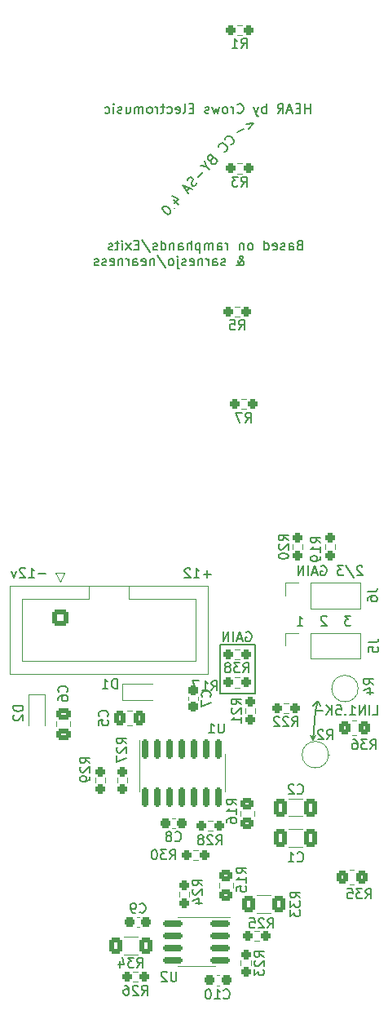
<source format=gbo>
G04 #@! TF.GenerationSoftware,KiCad,Pcbnew,6.0.5-a6ca702e91~116~ubuntu22.04.1*
G04 #@! TF.CreationDate,2022-06-02T14:51:50-07:00*
G04 #@! TF.ProjectId,HEAR,48454152-2e6b-4696-9361-645f70636258,2.1*
G04 #@! TF.SameCoordinates,Original*
G04 #@! TF.FileFunction,Legend,Bot*
G04 #@! TF.FilePolarity,Positive*
%FSLAX46Y46*%
G04 Gerber Fmt 4.6, Leading zero omitted, Abs format (unit mm)*
G04 Created by KiCad (PCBNEW 6.0.5-a6ca702e91~116~ubuntu22.04.1) date 2022-06-02 14:51:50*
%MOMM*%
%LPD*%
G01*
G04 APERTURE LIST*
G04 Aperture macros list*
%AMRoundRect*
0 Rectangle with rounded corners*
0 $1 Rounding radius*
0 $2 $3 $4 $5 $6 $7 $8 $9 X,Y pos of 4 corners*
0 Add a 4 corners polygon primitive as box body*
4,1,4,$2,$3,$4,$5,$6,$7,$8,$9,$2,$3,0*
0 Add four circle primitives for the rounded corners*
1,1,$1+$1,$2,$3*
1,1,$1+$1,$4,$5*
1,1,$1+$1,$6,$7*
1,1,$1+$1,$8,$9*
0 Add four rect primitives between the rounded corners*
20,1,$1+$1,$2,$3,$4,$5,0*
20,1,$1+$1,$4,$5,$6,$7,0*
20,1,$1+$1,$6,$7,$8,$9,0*
20,1,$1+$1,$8,$9,$2,$3,0*%
G04 Aperture macros list end*
%ADD10C,0.150000*%
%ADD11C,0.200000*%
%ADD12C,0.120000*%
%ADD13R,1.000000X1.000000*%
%ADD14O,3.300000X2.000000*%
%ADD15O,2.000000X3.300000*%
%ADD16C,4.000000*%
%ADD17C,1.800000*%
%ADD18O,3.240000X2.720000*%
%ADD19R,1.800000X1.800000*%
%ADD20RoundRect,0.250000X0.337500X0.475000X-0.337500X0.475000X-0.337500X-0.475000X0.337500X-0.475000X0*%
%ADD21RoundRect,0.250000X-0.475000X0.337500X-0.475000X-0.337500X0.475000X-0.337500X0.475000X0.337500X0*%
%ADD22RoundRect,0.237500X0.237500X-0.300000X0.237500X0.300000X-0.237500X0.300000X-0.237500X-0.300000X0*%
%ADD23RoundRect,0.237500X-0.300000X-0.237500X0.300000X-0.237500X0.300000X0.237500X-0.300000X0.237500X0*%
%ADD24RoundRect,0.237500X0.300000X0.237500X-0.300000X0.237500X-0.300000X-0.237500X0.300000X-0.237500X0*%
%ADD25RoundRect,0.237500X-0.250000X-0.237500X0.250000X-0.237500X0.250000X0.237500X-0.250000X0.237500X0*%
%ADD26RoundRect,0.237500X-0.237500X0.250000X-0.237500X-0.250000X0.237500X-0.250000X0.237500X0.250000X0*%
%ADD27RoundRect,0.237500X0.237500X-0.250000X0.237500X0.250000X-0.237500X0.250000X-0.237500X-0.250000X0*%
%ADD28RoundRect,0.237500X0.250000X0.237500X-0.250000X0.237500X-0.250000X-0.237500X0.250000X-0.237500X0*%
%ADD29RoundRect,0.150000X-0.150000X0.825000X-0.150000X-0.825000X0.150000X-0.825000X0.150000X0.825000X0*%
%ADD30RoundRect,0.250000X-0.600000X0.600000X-0.600000X-0.600000X0.600000X-0.600000X0.600000X0.600000X0*%
%ADD31C,1.700000*%
%ADD32RoundRect,0.250000X0.412500X0.650000X-0.412500X0.650000X-0.412500X-0.650000X0.412500X-0.650000X0*%
%ADD33RoundRect,0.250000X-0.400000X-0.625000X0.400000X-0.625000X0.400000X0.625000X-0.400000X0.625000X0*%
%ADD34R,1.700000X1.700000*%
%ADD35O,1.700000X1.700000*%
%ADD36RoundRect,0.250000X0.350000X0.450000X-0.350000X0.450000X-0.350000X-0.450000X0.350000X-0.450000X0*%
%ADD37RoundRect,0.250000X0.450000X-0.350000X0.450000X0.350000X-0.450000X0.350000X-0.450000X-0.350000X0*%
%ADD38RoundRect,0.250000X-0.450000X0.350000X-0.450000X-0.350000X0.450000X-0.350000X0.450000X0.350000X0*%
%ADD39RoundRect,0.150000X0.825000X0.150000X-0.825000X0.150000X-0.825000X-0.150000X0.825000X-0.150000X0*%
%ADD40C,1.600000*%
%ADD41O,1.600000X1.600000*%
%ADD42RoundRect,0.250000X0.400000X0.625000X-0.400000X0.625000X-0.400000X-0.625000X0.400000X-0.625000X0*%
G04 APERTURE END LIST*
D10*
X46736000Y-100330000D02*
X46990000Y-100838000D01*
X46482000Y-101346000D02*
X47244000Y-101346000D01*
X46228000Y-104394000D02*
X46482000Y-103886000D01*
X46736000Y-100330000D02*
X46228000Y-100838000D01*
D11*
X40259000Y-94488000D02*
X36576000Y-94488000D01*
X36576000Y-94488000D02*
X36576000Y-99568000D01*
X36576000Y-99568000D02*
X40259000Y-99568000D01*
X40259000Y-99568000D02*
X40259000Y-94488000D01*
D10*
X46482000Y-101346000D02*
X46736000Y-100330000D01*
X46482000Y-101346000D02*
X46228000Y-104394000D01*
X46228000Y-104394000D02*
X45974000Y-103886000D01*
D11*
X45961504Y-39365180D02*
X45961504Y-38365180D01*
X45961504Y-38841371D02*
X45390076Y-38841371D01*
X45390076Y-39365180D02*
X45390076Y-38365180D01*
X44913885Y-38841371D02*
X44580552Y-38841371D01*
X44437695Y-39365180D02*
X44913885Y-39365180D01*
X44913885Y-38365180D01*
X44437695Y-38365180D01*
X44056742Y-39079466D02*
X43580552Y-39079466D01*
X44151980Y-39365180D02*
X43818647Y-38365180D01*
X43485314Y-39365180D01*
X42580552Y-39365180D02*
X42913885Y-38888990D01*
X43151980Y-39365180D02*
X43151980Y-38365180D01*
X42771028Y-38365180D01*
X42675790Y-38412800D01*
X42628171Y-38460419D01*
X42580552Y-38555657D01*
X42580552Y-38698514D01*
X42628171Y-38793752D01*
X42675790Y-38841371D01*
X42771028Y-38888990D01*
X43151980Y-38888990D01*
X41390076Y-39365180D02*
X41390076Y-38365180D01*
X41390076Y-38746133D02*
X41294838Y-38698514D01*
X41104361Y-38698514D01*
X41009123Y-38746133D01*
X40961504Y-38793752D01*
X40913885Y-38888990D01*
X40913885Y-39174704D01*
X40961504Y-39269942D01*
X41009123Y-39317561D01*
X41104361Y-39365180D01*
X41294838Y-39365180D01*
X41390076Y-39317561D01*
X40580552Y-38698514D02*
X40342457Y-39365180D01*
X40104361Y-38698514D02*
X40342457Y-39365180D01*
X40437695Y-39603276D01*
X40485314Y-39650895D01*
X40580552Y-39698514D01*
X38390076Y-39269942D02*
X38437695Y-39317561D01*
X38580552Y-39365180D01*
X38675790Y-39365180D01*
X38818647Y-39317561D01*
X38913885Y-39222323D01*
X38961504Y-39127085D01*
X39009123Y-38936609D01*
X39009123Y-38793752D01*
X38961504Y-38603276D01*
X38913885Y-38508038D01*
X38818647Y-38412800D01*
X38675790Y-38365180D01*
X38580552Y-38365180D01*
X38437695Y-38412800D01*
X38390076Y-38460419D01*
X37961504Y-39365180D02*
X37961504Y-38698514D01*
X37961504Y-38888990D02*
X37913885Y-38793752D01*
X37866266Y-38746133D01*
X37771028Y-38698514D01*
X37675790Y-38698514D01*
X37199600Y-39365180D02*
X37294838Y-39317561D01*
X37342457Y-39269942D01*
X37390076Y-39174704D01*
X37390076Y-38888990D01*
X37342457Y-38793752D01*
X37294838Y-38746133D01*
X37199600Y-38698514D01*
X37056742Y-38698514D01*
X36961504Y-38746133D01*
X36913885Y-38793752D01*
X36866266Y-38888990D01*
X36866266Y-39174704D01*
X36913885Y-39269942D01*
X36961504Y-39317561D01*
X37056742Y-39365180D01*
X37199600Y-39365180D01*
X36532933Y-38698514D02*
X36342457Y-39365180D01*
X36151980Y-38888990D01*
X35961504Y-39365180D01*
X35771028Y-38698514D01*
X35437695Y-39317561D02*
X35342457Y-39365180D01*
X35151980Y-39365180D01*
X35056742Y-39317561D01*
X35009123Y-39222323D01*
X35009123Y-39174704D01*
X35056742Y-39079466D01*
X35151980Y-39031847D01*
X35294838Y-39031847D01*
X35390076Y-38984228D01*
X35437695Y-38888990D01*
X35437695Y-38841371D01*
X35390076Y-38746133D01*
X35294838Y-38698514D01*
X35151980Y-38698514D01*
X35056742Y-38746133D01*
X33818647Y-38841371D02*
X33485314Y-38841371D01*
X33342457Y-39365180D02*
X33818647Y-39365180D01*
X33818647Y-38365180D01*
X33342457Y-38365180D01*
X32771028Y-39365180D02*
X32866266Y-39317561D01*
X32913885Y-39222323D01*
X32913885Y-38365180D01*
X32009123Y-39317561D02*
X32104361Y-39365180D01*
X32294838Y-39365180D01*
X32390076Y-39317561D01*
X32437695Y-39222323D01*
X32437695Y-38841371D01*
X32390076Y-38746133D01*
X32294838Y-38698514D01*
X32104361Y-38698514D01*
X32009123Y-38746133D01*
X31961504Y-38841371D01*
X31961504Y-38936609D01*
X32437695Y-39031847D01*
X31104361Y-39317561D02*
X31199600Y-39365180D01*
X31390076Y-39365180D01*
X31485314Y-39317561D01*
X31532933Y-39269942D01*
X31580552Y-39174704D01*
X31580552Y-38888990D01*
X31532933Y-38793752D01*
X31485314Y-38746133D01*
X31390076Y-38698514D01*
X31199600Y-38698514D01*
X31104361Y-38746133D01*
X30818647Y-38698514D02*
X30437695Y-38698514D01*
X30675790Y-38365180D02*
X30675790Y-39222323D01*
X30628171Y-39317561D01*
X30532933Y-39365180D01*
X30437695Y-39365180D01*
X30104361Y-39365180D02*
X30104361Y-38698514D01*
X30104361Y-38888990D02*
X30056742Y-38793752D01*
X30009123Y-38746133D01*
X29913885Y-38698514D01*
X29818647Y-38698514D01*
X29342457Y-39365180D02*
X29437695Y-39317561D01*
X29485314Y-39269942D01*
X29532933Y-39174704D01*
X29532933Y-38888990D01*
X29485314Y-38793752D01*
X29437695Y-38746133D01*
X29342457Y-38698514D01*
X29199600Y-38698514D01*
X29104361Y-38746133D01*
X29056742Y-38793752D01*
X29009123Y-38888990D01*
X29009123Y-39174704D01*
X29056742Y-39269942D01*
X29104361Y-39317561D01*
X29199600Y-39365180D01*
X29342457Y-39365180D01*
X28580552Y-39365180D02*
X28580552Y-38698514D01*
X28580552Y-38793752D02*
X28532933Y-38746133D01*
X28437695Y-38698514D01*
X28294838Y-38698514D01*
X28199600Y-38746133D01*
X28151980Y-38841371D01*
X28151980Y-39365180D01*
X28151980Y-38841371D02*
X28104361Y-38746133D01*
X28009123Y-38698514D01*
X27866266Y-38698514D01*
X27771028Y-38746133D01*
X27723409Y-38841371D01*
X27723409Y-39365180D01*
X26818647Y-38698514D02*
X26818647Y-39365180D01*
X27247219Y-38698514D02*
X27247219Y-39222323D01*
X27199600Y-39317561D01*
X27104361Y-39365180D01*
X26961504Y-39365180D01*
X26866266Y-39317561D01*
X26818647Y-39269942D01*
X26390076Y-39317561D02*
X26294838Y-39365180D01*
X26104361Y-39365180D01*
X26009123Y-39317561D01*
X25961504Y-39222323D01*
X25961504Y-39174704D01*
X26009123Y-39079466D01*
X26104361Y-39031847D01*
X26247219Y-39031847D01*
X26342457Y-38984228D01*
X26390076Y-38888990D01*
X26390076Y-38841371D01*
X26342457Y-38746133D01*
X26247219Y-38698514D01*
X26104361Y-38698514D01*
X26009123Y-38746133D01*
X25532933Y-39365180D02*
X25532933Y-38698514D01*
X25532933Y-38365180D02*
X25580552Y-38412800D01*
X25532933Y-38460419D01*
X25485314Y-38412800D01*
X25532933Y-38365180D01*
X25532933Y-38460419D01*
X24628171Y-39317561D02*
X24723409Y-39365180D01*
X24913885Y-39365180D01*
X25009123Y-39317561D01*
X25056742Y-39269942D01*
X25104361Y-39174704D01*
X25104361Y-38888990D01*
X25056742Y-38793752D01*
X25009123Y-38746133D01*
X24913885Y-38698514D01*
X24723409Y-38698514D01*
X24628171Y-38746133D01*
D10*
X44847871Y-53022371D02*
X44705014Y-53069990D01*
X44657395Y-53117609D01*
X44609776Y-53212847D01*
X44609776Y-53355704D01*
X44657395Y-53450942D01*
X44705014Y-53498561D01*
X44800252Y-53546180D01*
X45181204Y-53546180D01*
X45181204Y-52546180D01*
X44847871Y-52546180D01*
X44752633Y-52593800D01*
X44705014Y-52641419D01*
X44657395Y-52736657D01*
X44657395Y-52831895D01*
X44705014Y-52927133D01*
X44752633Y-52974752D01*
X44847871Y-53022371D01*
X45181204Y-53022371D01*
X43752633Y-53546180D02*
X43752633Y-53022371D01*
X43800252Y-52927133D01*
X43895490Y-52879514D01*
X44085966Y-52879514D01*
X44181204Y-52927133D01*
X43752633Y-53498561D02*
X43847871Y-53546180D01*
X44085966Y-53546180D01*
X44181204Y-53498561D01*
X44228823Y-53403323D01*
X44228823Y-53308085D01*
X44181204Y-53212847D01*
X44085966Y-53165228D01*
X43847871Y-53165228D01*
X43752633Y-53117609D01*
X43324061Y-53498561D02*
X43228823Y-53546180D01*
X43038347Y-53546180D01*
X42943109Y-53498561D01*
X42895490Y-53403323D01*
X42895490Y-53355704D01*
X42943109Y-53260466D01*
X43038347Y-53212847D01*
X43181204Y-53212847D01*
X43276442Y-53165228D01*
X43324061Y-53069990D01*
X43324061Y-53022371D01*
X43276442Y-52927133D01*
X43181204Y-52879514D01*
X43038347Y-52879514D01*
X42943109Y-52927133D01*
X42085966Y-53498561D02*
X42181204Y-53546180D01*
X42371680Y-53546180D01*
X42466919Y-53498561D01*
X42514538Y-53403323D01*
X42514538Y-53022371D01*
X42466919Y-52927133D01*
X42371680Y-52879514D01*
X42181204Y-52879514D01*
X42085966Y-52927133D01*
X42038347Y-53022371D01*
X42038347Y-53117609D01*
X42514538Y-53212847D01*
X41181204Y-53546180D02*
X41181204Y-52546180D01*
X41181204Y-53498561D02*
X41276442Y-53546180D01*
X41466919Y-53546180D01*
X41562157Y-53498561D01*
X41609776Y-53450942D01*
X41657395Y-53355704D01*
X41657395Y-53069990D01*
X41609776Y-52974752D01*
X41562157Y-52927133D01*
X41466919Y-52879514D01*
X41276442Y-52879514D01*
X41181204Y-52927133D01*
X39800252Y-53546180D02*
X39895490Y-53498561D01*
X39943109Y-53450942D01*
X39990728Y-53355704D01*
X39990728Y-53069990D01*
X39943109Y-52974752D01*
X39895490Y-52927133D01*
X39800252Y-52879514D01*
X39657395Y-52879514D01*
X39562157Y-52927133D01*
X39514538Y-52974752D01*
X39466919Y-53069990D01*
X39466919Y-53355704D01*
X39514538Y-53450942D01*
X39562157Y-53498561D01*
X39657395Y-53546180D01*
X39800252Y-53546180D01*
X39038347Y-52879514D02*
X39038347Y-53546180D01*
X39038347Y-52974752D02*
X38990728Y-52927133D01*
X38895490Y-52879514D01*
X38752633Y-52879514D01*
X38657395Y-52927133D01*
X38609776Y-53022371D01*
X38609776Y-53546180D01*
X37371680Y-53546180D02*
X37371680Y-52879514D01*
X37371680Y-53069990D02*
X37324061Y-52974752D01*
X37276442Y-52927133D01*
X37181204Y-52879514D01*
X37085966Y-52879514D01*
X36324061Y-53546180D02*
X36324061Y-53022371D01*
X36371680Y-52927133D01*
X36466919Y-52879514D01*
X36657395Y-52879514D01*
X36752633Y-52927133D01*
X36324061Y-53498561D02*
X36419300Y-53546180D01*
X36657395Y-53546180D01*
X36752633Y-53498561D01*
X36800252Y-53403323D01*
X36800252Y-53308085D01*
X36752633Y-53212847D01*
X36657395Y-53165228D01*
X36419300Y-53165228D01*
X36324061Y-53117609D01*
X35847871Y-53546180D02*
X35847871Y-52879514D01*
X35847871Y-52974752D02*
X35800252Y-52927133D01*
X35705014Y-52879514D01*
X35562157Y-52879514D01*
X35466919Y-52927133D01*
X35419300Y-53022371D01*
X35419300Y-53546180D01*
X35419300Y-53022371D02*
X35371680Y-52927133D01*
X35276442Y-52879514D01*
X35133585Y-52879514D01*
X35038347Y-52927133D01*
X34990728Y-53022371D01*
X34990728Y-53546180D01*
X34514538Y-52879514D02*
X34514538Y-53879514D01*
X34514538Y-52927133D02*
X34419300Y-52879514D01*
X34228823Y-52879514D01*
X34133585Y-52927133D01*
X34085966Y-52974752D01*
X34038347Y-53069990D01*
X34038347Y-53355704D01*
X34085966Y-53450942D01*
X34133585Y-53498561D01*
X34228823Y-53546180D01*
X34419300Y-53546180D01*
X34514538Y-53498561D01*
X33609776Y-53546180D02*
X33609776Y-52546180D01*
X33181204Y-53546180D02*
X33181204Y-53022371D01*
X33228823Y-52927133D01*
X33324061Y-52879514D01*
X33466919Y-52879514D01*
X33562157Y-52927133D01*
X33609776Y-52974752D01*
X32276442Y-53546180D02*
X32276442Y-53022371D01*
X32324061Y-52927133D01*
X32419300Y-52879514D01*
X32609776Y-52879514D01*
X32705014Y-52927133D01*
X32276442Y-53498561D02*
X32371680Y-53546180D01*
X32609776Y-53546180D01*
X32705014Y-53498561D01*
X32752633Y-53403323D01*
X32752633Y-53308085D01*
X32705014Y-53212847D01*
X32609776Y-53165228D01*
X32371680Y-53165228D01*
X32276442Y-53117609D01*
X31800252Y-52879514D02*
X31800252Y-53546180D01*
X31800252Y-52974752D02*
X31752633Y-52927133D01*
X31657395Y-52879514D01*
X31514538Y-52879514D01*
X31419300Y-52927133D01*
X31371680Y-53022371D01*
X31371680Y-53546180D01*
X30466919Y-53546180D02*
X30466919Y-52546180D01*
X30466919Y-53498561D02*
X30562157Y-53546180D01*
X30752633Y-53546180D01*
X30847871Y-53498561D01*
X30895490Y-53450942D01*
X30943109Y-53355704D01*
X30943109Y-53069990D01*
X30895490Y-52974752D01*
X30847871Y-52927133D01*
X30752633Y-52879514D01*
X30562157Y-52879514D01*
X30466919Y-52927133D01*
X30038347Y-53498561D02*
X29943109Y-53546180D01*
X29752633Y-53546180D01*
X29657395Y-53498561D01*
X29609776Y-53403323D01*
X29609776Y-53355704D01*
X29657395Y-53260466D01*
X29752633Y-53212847D01*
X29895490Y-53212847D01*
X29990728Y-53165228D01*
X30038347Y-53069990D01*
X30038347Y-53022371D01*
X29990728Y-52927133D01*
X29895490Y-52879514D01*
X29752633Y-52879514D01*
X29657395Y-52927133D01*
X28466919Y-52498561D02*
X29324061Y-53784276D01*
X28133585Y-53022371D02*
X27800252Y-53022371D01*
X27657395Y-53546180D02*
X28133585Y-53546180D01*
X28133585Y-52546180D01*
X27657395Y-52546180D01*
X27324061Y-53546180D02*
X26800252Y-52879514D01*
X27324061Y-52879514D02*
X26800252Y-53546180D01*
X26419300Y-53546180D02*
X26419300Y-52879514D01*
X26419300Y-52546180D02*
X26466919Y-52593800D01*
X26419300Y-52641419D01*
X26371680Y-52593800D01*
X26419300Y-52546180D01*
X26419300Y-52641419D01*
X26085966Y-52879514D02*
X25705014Y-52879514D01*
X25943109Y-52546180D02*
X25943109Y-53403323D01*
X25895490Y-53498561D01*
X25800252Y-53546180D01*
X25705014Y-53546180D01*
X25419300Y-53498561D02*
X25324061Y-53546180D01*
X25133585Y-53546180D01*
X25038347Y-53498561D01*
X24990728Y-53403323D01*
X24990728Y-53355704D01*
X25038347Y-53260466D01*
X25133585Y-53212847D01*
X25276442Y-53212847D01*
X25371680Y-53165228D01*
X25419300Y-53069990D01*
X25419300Y-53022371D01*
X25371680Y-52927133D01*
X25276442Y-52879514D01*
X25133585Y-52879514D01*
X25038347Y-52927133D01*
X38276442Y-55156180D02*
X38324061Y-55156180D01*
X38419300Y-55108561D01*
X38562157Y-54965704D01*
X38800252Y-54679990D01*
X38895490Y-54537133D01*
X38943109Y-54394276D01*
X38943109Y-54299038D01*
X38895490Y-54203800D01*
X38800252Y-54156180D01*
X38752633Y-54156180D01*
X38657395Y-54203800D01*
X38609776Y-54299038D01*
X38609776Y-54346657D01*
X38657395Y-54441895D01*
X38705014Y-54489514D01*
X38990728Y-54679990D01*
X39038347Y-54727609D01*
X39085966Y-54822847D01*
X39085966Y-54965704D01*
X39038347Y-55060942D01*
X38990728Y-55108561D01*
X38895490Y-55156180D01*
X38752633Y-55156180D01*
X38657395Y-55108561D01*
X38609776Y-55060942D01*
X38466919Y-54870466D01*
X38419300Y-54727609D01*
X38419300Y-54632371D01*
X37133585Y-55108561D02*
X37038347Y-55156180D01*
X36847871Y-55156180D01*
X36752633Y-55108561D01*
X36705014Y-55013323D01*
X36705014Y-54965704D01*
X36752633Y-54870466D01*
X36847871Y-54822847D01*
X36990728Y-54822847D01*
X37085966Y-54775228D01*
X37133585Y-54679990D01*
X37133585Y-54632371D01*
X37085966Y-54537133D01*
X36990728Y-54489514D01*
X36847871Y-54489514D01*
X36752633Y-54537133D01*
X35847871Y-55156180D02*
X35847871Y-54632371D01*
X35895490Y-54537133D01*
X35990728Y-54489514D01*
X36181204Y-54489514D01*
X36276442Y-54537133D01*
X35847871Y-55108561D02*
X35943109Y-55156180D01*
X36181204Y-55156180D01*
X36276442Y-55108561D01*
X36324061Y-55013323D01*
X36324061Y-54918085D01*
X36276442Y-54822847D01*
X36181204Y-54775228D01*
X35943109Y-54775228D01*
X35847871Y-54727609D01*
X35371680Y-55156180D02*
X35371680Y-54489514D01*
X35371680Y-54679990D02*
X35324061Y-54584752D01*
X35276442Y-54537133D01*
X35181204Y-54489514D01*
X35085966Y-54489514D01*
X34752633Y-54489514D02*
X34752633Y-55156180D01*
X34752633Y-54584752D02*
X34705014Y-54537133D01*
X34609776Y-54489514D01*
X34466919Y-54489514D01*
X34371680Y-54537133D01*
X34324061Y-54632371D01*
X34324061Y-55156180D01*
X33466919Y-55108561D02*
X33562157Y-55156180D01*
X33752633Y-55156180D01*
X33847871Y-55108561D01*
X33895490Y-55013323D01*
X33895490Y-54632371D01*
X33847871Y-54537133D01*
X33752633Y-54489514D01*
X33562157Y-54489514D01*
X33466919Y-54537133D01*
X33419300Y-54632371D01*
X33419300Y-54727609D01*
X33895490Y-54822847D01*
X33038347Y-55108561D02*
X32943109Y-55156180D01*
X32752633Y-55156180D01*
X32657395Y-55108561D01*
X32609776Y-55013323D01*
X32609776Y-54965704D01*
X32657395Y-54870466D01*
X32752633Y-54822847D01*
X32895490Y-54822847D01*
X32990728Y-54775228D01*
X33038347Y-54679990D01*
X33038347Y-54632371D01*
X32990728Y-54537133D01*
X32895490Y-54489514D01*
X32752633Y-54489514D01*
X32657395Y-54537133D01*
X32181204Y-54489514D02*
X32181204Y-55346657D01*
X32228823Y-55441895D01*
X32324061Y-55489514D01*
X32371680Y-55489514D01*
X32181204Y-54156180D02*
X32228823Y-54203800D01*
X32181204Y-54251419D01*
X32133585Y-54203800D01*
X32181204Y-54156180D01*
X32181204Y-54251419D01*
X31562157Y-55156180D02*
X31657395Y-55108561D01*
X31705014Y-55060942D01*
X31752633Y-54965704D01*
X31752633Y-54679990D01*
X31705014Y-54584752D01*
X31657395Y-54537133D01*
X31562157Y-54489514D01*
X31419300Y-54489514D01*
X31324061Y-54537133D01*
X31276442Y-54584752D01*
X31228823Y-54679990D01*
X31228823Y-54965704D01*
X31276442Y-55060942D01*
X31324061Y-55108561D01*
X31419300Y-55156180D01*
X31562157Y-55156180D01*
X30085966Y-54108561D02*
X30943109Y-55394276D01*
X29752633Y-54489514D02*
X29752633Y-55156180D01*
X29752633Y-54584752D02*
X29705014Y-54537133D01*
X29609776Y-54489514D01*
X29466919Y-54489514D01*
X29371680Y-54537133D01*
X29324061Y-54632371D01*
X29324061Y-55156180D01*
X28466919Y-55108561D02*
X28562157Y-55156180D01*
X28752633Y-55156180D01*
X28847871Y-55108561D01*
X28895490Y-55013323D01*
X28895490Y-54632371D01*
X28847871Y-54537133D01*
X28752633Y-54489514D01*
X28562157Y-54489514D01*
X28466919Y-54537133D01*
X28419300Y-54632371D01*
X28419300Y-54727609D01*
X28895490Y-54822847D01*
X27562157Y-55156180D02*
X27562157Y-54632371D01*
X27609776Y-54537133D01*
X27705014Y-54489514D01*
X27895490Y-54489514D01*
X27990728Y-54537133D01*
X27562157Y-55108561D02*
X27657395Y-55156180D01*
X27895490Y-55156180D01*
X27990728Y-55108561D01*
X28038347Y-55013323D01*
X28038347Y-54918085D01*
X27990728Y-54822847D01*
X27895490Y-54775228D01*
X27657395Y-54775228D01*
X27562157Y-54727609D01*
X27085966Y-55156180D02*
X27085966Y-54489514D01*
X27085966Y-54679990D02*
X27038347Y-54584752D01*
X26990728Y-54537133D01*
X26895490Y-54489514D01*
X26800252Y-54489514D01*
X26466919Y-54489514D02*
X26466919Y-55156180D01*
X26466919Y-54584752D02*
X26419300Y-54537133D01*
X26324061Y-54489514D01*
X26181204Y-54489514D01*
X26085966Y-54537133D01*
X26038347Y-54632371D01*
X26038347Y-55156180D01*
X25181204Y-55108561D02*
X25276442Y-55156180D01*
X25466919Y-55156180D01*
X25562157Y-55108561D01*
X25609776Y-55013323D01*
X25609776Y-54632371D01*
X25562157Y-54537133D01*
X25466919Y-54489514D01*
X25276442Y-54489514D01*
X25181204Y-54537133D01*
X25133585Y-54632371D01*
X25133585Y-54727609D01*
X25609776Y-54822847D01*
X24752633Y-55108561D02*
X24657395Y-55156180D01*
X24466919Y-55156180D01*
X24371680Y-55108561D01*
X24324061Y-55013323D01*
X24324061Y-54965704D01*
X24371680Y-54870466D01*
X24466919Y-54822847D01*
X24609776Y-54822847D01*
X24705014Y-54775228D01*
X24752633Y-54679990D01*
X24752633Y-54632371D01*
X24705014Y-54537133D01*
X24609776Y-54489514D01*
X24466919Y-54489514D01*
X24371680Y-54537133D01*
X23943109Y-55108561D02*
X23847871Y-55156180D01*
X23657395Y-55156180D01*
X23562157Y-55108561D01*
X23514538Y-55013323D01*
X23514538Y-54965704D01*
X23562157Y-54870466D01*
X23657395Y-54822847D01*
X23800252Y-54822847D01*
X23895490Y-54775228D01*
X23943109Y-54679990D01*
X23943109Y-54632371D01*
X23895490Y-54537133D01*
X23800252Y-54489514D01*
X23657395Y-54489514D01*
X23562157Y-54537133D01*
X18478285Y-87142628D02*
X17716380Y-87142628D01*
X16716380Y-87523580D02*
X17287809Y-87523580D01*
X17002095Y-87523580D02*
X17002095Y-86523580D01*
X17097333Y-86666438D01*
X17192571Y-86761676D01*
X17287809Y-86809295D01*
X16335428Y-86618819D02*
X16287809Y-86571200D01*
X16192571Y-86523580D01*
X15954476Y-86523580D01*
X15859238Y-86571200D01*
X15811619Y-86618819D01*
X15764000Y-86714057D01*
X15764000Y-86809295D01*
X15811619Y-86952152D01*
X16383047Y-87523580D01*
X15764000Y-87523580D01*
X15430666Y-86856914D02*
X15192571Y-87523580D01*
X14954476Y-86856914D01*
X51363142Y-86415619D02*
X51315523Y-86368000D01*
X51220285Y-86320380D01*
X50982190Y-86320380D01*
X50886952Y-86368000D01*
X50839333Y-86415619D01*
X50791714Y-86510857D01*
X50791714Y-86606095D01*
X50839333Y-86748952D01*
X51410761Y-87320380D01*
X50791714Y-87320380D01*
X49648857Y-86272761D02*
X50506000Y-87558476D01*
X49410761Y-86320380D02*
X48791714Y-86320380D01*
X49125047Y-86701333D01*
X48982190Y-86701333D01*
X48886952Y-86748952D01*
X48839333Y-86796571D01*
X48791714Y-86891809D01*
X48791714Y-87129904D01*
X48839333Y-87225142D01*
X48886952Y-87272761D01*
X48982190Y-87320380D01*
X49267904Y-87320380D01*
X49363142Y-87272761D01*
X49410761Y-87225142D01*
X47077428Y-86368000D02*
X47172666Y-86320380D01*
X47315523Y-86320380D01*
X47458380Y-86368000D01*
X47553619Y-86463238D01*
X47601238Y-86558476D01*
X47648857Y-86748952D01*
X47648857Y-86891809D01*
X47601238Y-87082285D01*
X47553619Y-87177523D01*
X47458380Y-87272761D01*
X47315523Y-87320380D01*
X47220285Y-87320380D01*
X47077428Y-87272761D01*
X47029809Y-87225142D01*
X47029809Y-86891809D01*
X47220285Y-86891809D01*
X46648857Y-87034666D02*
X46172666Y-87034666D01*
X46744095Y-87320380D02*
X46410761Y-86320380D01*
X46077428Y-87320380D01*
X45744095Y-87320380D02*
X45744095Y-86320380D01*
X45267904Y-87320380D02*
X45267904Y-86320380D01*
X44696476Y-87320380D01*
X44696476Y-86320380D01*
X35623333Y-87193428D02*
X34861428Y-87193428D01*
X35242380Y-87574380D02*
X35242380Y-86812476D01*
X33861428Y-87574380D02*
X34432857Y-87574380D01*
X34147142Y-87574380D02*
X34147142Y-86574380D01*
X34242380Y-86717238D01*
X34337619Y-86812476D01*
X34432857Y-86860095D01*
X33480476Y-86669619D02*
X33432857Y-86622000D01*
X33337619Y-86574380D01*
X33099523Y-86574380D01*
X33004285Y-86622000D01*
X32956666Y-86669619D01*
X32909047Y-86764857D01*
X32909047Y-86860095D01*
X32956666Y-87002952D01*
X33528095Y-87574380D01*
X32909047Y-87574380D01*
X39277594Y-40495173D02*
X40080280Y-40361656D01*
X39563308Y-40990044D01*
X39008058Y-40980704D02*
X38348229Y-41361656D01*
X39282571Y-93226000D02*
X39377809Y-93178380D01*
X39520666Y-93178380D01*
X39663523Y-93226000D01*
X39758761Y-93321238D01*
X39806380Y-93416476D01*
X39854000Y-93606952D01*
X39854000Y-93749809D01*
X39806380Y-93940285D01*
X39758761Y-94035523D01*
X39663523Y-94130761D01*
X39520666Y-94178380D01*
X39425428Y-94178380D01*
X39282571Y-94130761D01*
X39234952Y-94083142D01*
X39234952Y-93749809D01*
X39425428Y-93749809D01*
X38854000Y-93892666D02*
X38377809Y-93892666D01*
X38949238Y-94178380D02*
X38615904Y-93178380D01*
X38282571Y-94178380D01*
X37949238Y-94178380D02*
X37949238Y-93178380D01*
X37473047Y-94178380D02*
X37473047Y-93178380D01*
X36901619Y-94178380D01*
X36901619Y-93178380D01*
X37707691Y-42619825D02*
X37774942Y-42616300D01*
X37905920Y-42542000D01*
X37969647Y-42471224D01*
X38029849Y-42333197D01*
X38022800Y-42198695D01*
X37983888Y-42099580D01*
X37874200Y-41936739D01*
X37768036Y-41841149D01*
X37594621Y-41749084D01*
X37491982Y-41720745D01*
X37357480Y-41727794D01*
X37226502Y-41802094D01*
X37162775Y-41872869D01*
X37102573Y-42010896D01*
X37106098Y-42078148D01*
X37038560Y-43362970D02*
X37105812Y-43359445D01*
X37236790Y-43285145D01*
X37300516Y-43214369D01*
X37360718Y-43076342D01*
X37353670Y-42941840D01*
X37314757Y-42842725D01*
X37205069Y-42679884D01*
X37098906Y-42584294D01*
X36925491Y-42492228D01*
X36822852Y-42463889D01*
X36688349Y-42470938D01*
X36557371Y-42545239D01*
X36493645Y-42616014D01*
X36433442Y-42754041D01*
X36436967Y-42821292D01*
X35700442Y-44208610D02*
X35640240Y-44346637D01*
X35643764Y-44413889D01*
X35682677Y-44513003D01*
X35788840Y-44608593D01*
X35891479Y-44636932D01*
X35958731Y-44633408D01*
X36057845Y-44594495D01*
X36312752Y-44311393D01*
X35569607Y-43642262D01*
X35346564Y-43889977D01*
X35318225Y-43992616D01*
X35321749Y-44059867D01*
X35360662Y-44158982D01*
X35431437Y-44222708D01*
X35534076Y-44251047D01*
X35601328Y-44247523D01*
X35700442Y-44208610D01*
X35923486Y-43960896D01*
X35162289Y-44877455D02*
X35516168Y-45196089D01*
X34996067Y-44279243D02*
X35162289Y-44877455D01*
X34549980Y-44774673D01*
X34786978Y-45436612D02*
X34277164Y-46002817D01*
X34238109Y-46544352D02*
X34177907Y-46682378D01*
X34018590Y-46859318D01*
X33919475Y-46898230D01*
X33852224Y-46901754D01*
X33749585Y-46873416D01*
X33678809Y-46809689D01*
X33639897Y-46710574D01*
X33636373Y-46643323D01*
X33664711Y-46540684D01*
X33756777Y-46367269D01*
X33785116Y-46264630D01*
X33781591Y-46197379D01*
X33742679Y-46098264D01*
X33671903Y-46034538D01*
X33569264Y-46006199D01*
X33502013Y-46009723D01*
X33402899Y-46048636D01*
X33243582Y-46225575D01*
X33183380Y-46363602D01*
X33423902Y-47092792D02*
X33105269Y-47446670D01*
X33699956Y-47213196D02*
X32733768Y-46791780D01*
X33253869Y-47708626D01*
X31738812Y-48394950D02*
X32234242Y-48841037D01*
X31615026Y-47963104D02*
X32305160Y-48264115D01*
X31890937Y-48724157D01*
X31812969Y-49166577D02*
X31816493Y-49233828D01*
X31883745Y-49230304D01*
X31880220Y-49163052D01*
X31812969Y-49166577D01*
X31883745Y-49230304D01*
X30694513Y-49056603D02*
X30630786Y-49127379D01*
X30602447Y-49230018D01*
X30605972Y-49297269D01*
X30644884Y-49396383D01*
X30754572Y-49559225D01*
X30931511Y-49718541D01*
X31104926Y-49810607D01*
X31207565Y-49838946D01*
X31274816Y-49835421D01*
X31373931Y-49796509D01*
X31437658Y-49725733D01*
X31465996Y-49623094D01*
X31462472Y-49555843D01*
X31423560Y-49456729D01*
X31313872Y-49293887D01*
X31136932Y-49134570D01*
X30963518Y-49042505D01*
X30860879Y-49014166D01*
X30793627Y-49017690D01*
X30694513Y-49056603D01*
D11*
X50180523Y-91527380D02*
X49561476Y-91527380D01*
X49894809Y-91908333D01*
X49751952Y-91908333D01*
X49656714Y-91955952D01*
X49609095Y-92003571D01*
X49561476Y-92098809D01*
X49561476Y-92336904D01*
X49609095Y-92432142D01*
X49656714Y-92479761D01*
X49751952Y-92527380D01*
X50037666Y-92527380D01*
X50132904Y-92479761D01*
X50180523Y-92432142D01*
X47656714Y-91622619D02*
X47609095Y-91575000D01*
X47513857Y-91527380D01*
X47275761Y-91527380D01*
X47180523Y-91575000D01*
X47132904Y-91622619D01*
X47085285Y-91717857D01*
X47085285Y-91813095D01*
X47132904Y-91955952D01*
X47704333Y-92527380D01*
X47085285Y-92527380D01*
X44609095Y-92527380D02*
X45180523Y-92527380D01*
X44894809Y-92527380D02*
X44894809Y-91527380D01*
X44990047Y-91670238D01*
X45085285Y-91765476D01*
X45180523Y-91813095D01*
D10*
X16128380Y-100861904D02*
X15128380Y-100861904D01*
X15128380Y-101100000D01*
X15176000Y-101242857D01*
X15271238Y-101338095D01*
X15366476Y-101385714D01*
X15556952Y-101433333D01*
X15699809Y-101433333D01*
X15890285Y-101385714D01*
X15985523Y-101338095D01*
X16080761Y-101242857D01*
X16128380Y-101100000D01*
X16128380Y-100861904D01*
X15223619Y-101814285D02*
X15176000Y-101861904D01*
X15128380Y-101957142D01*
X15128380Y-102195238D01*
X15176000Y-102290476D01*
X15223619Y-102338095D01*
X15318857Y-102385714D01*
X15414095Y-102385714D01*
X15556952Y-102338095D01*
X16128380Y-101766666D01*
X16128380Y-102385714D01*
X25884095Y-99043380D02*
X25884095Y-98043380D01*
X25646000Y-98043380D01*
X25503142Y-98091000D01*
X25407904Y-98186238D01*
X25360285Y-98281476D01*
X25312666Y-98471952D01*
X25312666Y-98614809D01*
X25360285Y-98805285D01*
X25407904Y-98900523D01*
X25503142Y-98995761D01*
X25646000Y-99043380D01*
X25884095Y-99043380D01*
X24360285Y-99043380D02*
X24931714Y-99043380D01*
X24646000Y-99043380D02*
X24646000Y-98043380D01*
X24741238Y-98186238D01*
X24836476Y-98281476D01*
X24931714Y-98329095D01*
X24868142Y-101941333D02*
X24915761Y-101893714D01*
X24963380Y-101750857D01*
X24963380Y-101655619D01*
X24915761Y-101512761D01*
X24820523Y-101417523D01*
X24725285Y-101369904D01*
X24534809Y-101322285D01*
X24391952Y-101322285D01*
X24201476Y-101369904D01*
X24106238Y-101417523D01*
X24011000Y-101512761D01*
X23963380Y-101655619D01*
X23963380Y-101750857D01*
X24011000Y-101893714D01*
X24058619Y-101941333D01*
X23963380Y-102846095D02*
X23963380Y-102369904D01*
X24439571Y-102322285D01*
X24391952Y-102369904D01*
X24344333Y-102465142D01*
X24344333Y-102703238D01*
X24391952Y-102798476D01*
X24439571Y-102846095D01*
X24534809Y-102893714D01*
X24772904Y-102893714D01*
X24868142Y-102846095D01*
X24915761Y-102798476D01*
X24963380Y-102703238D01*
X24963380Y-102465142D01*
X24915761Y-102369904D01*
X24868142Y-102322285D01*
X20677142Y-99401333D02*
X20724761Y-99353714D01*
X20772380Y-99210857D01*
X20772380Y-99115619D01*
X20724761Y-98972761D01*
X20629523Y-98877523D01*
X20534285Y-98829904D01*
X20343809Y-98782285D01*
X20200952Y-98782285D01*
X20010476Y-98829904D01*
X19915238Y-98877523D01*
X19820000Y-98972761D01*
X19772380Y-99115619D01*
X19772380Y-99210857D01*
X19820000Y-99353714D01*
X19867619Y-99401333D01*
X19772380Y-100258476D02*
X19772380Y-100068000D01*
X19820000Y-99972761D01*
X19867619Y-99925142D01*
X20010476Y-99829904D01*
X20200952Y-99782285D01*
X20581904Y-99782285D01*
X20677142Y-99829904D01*
X20724761Y-99877523D01*
X20772380Y-99972761D01*
X20772380Y-100163238D01*
X20724761Y-100258476D01*
X20677142Y-100306095D01*
X20581904Y-100353714D01*
X20343809Y-100353714D01*
X20248571Y-100306095D01*
X20200952Y-100258476D01*
X20153333Y-100163238D01*
X20153333Y-99972761D01*
X20200952Y-99877523D01*
X20248571Y-99829904D01*
X20343809Y-99782285D01*
X35569142Y-99909333D02*
X35616761Y-99861714D01*
X35664380Y-99718857D01*
X35664380Y-99623619D01*
X35616761Y-99480761D01*
X35521523Y-99385523D01*
X35426285Y-99337904D01*
X35235809Y-99290285D01*
X35092952Y-99290285D01*
X34902476Y-99337904D01*
X34807238Y-99385523D01*
X34712000Y-99480761D01*
X34664380Y-99623619D01*
X34664380Y-99718857D01*
X34712000Y-99861714D01*
X34759619Y-99909333D01*
X34664380Y-100242666D02*
X34664380Y-100909333D01*
X35664380Y-100480761D01*
X31916666Y-114817142D02*
X31964285Y-114864761D01*
X32107142Y-114912380D01*
X32202380Y-114912380D01*
X32345238Y-114864761D01*
X32440476Y-114769523D01*
X32488095Y-114674285D01*
X32535714Y-114483809D01*
X32535714Y-114340952D01*
X32488095Y-114150476D01*
X32440476Y-114055238D01*
X32345238Y-113960000D01*
X32202380Y-113912380D01*
X32107142Y-113912380D01*
X31964285Y-113960000D01*
X31916666Y-114007619D01*
X31345238Y-114340952D02*
X31440476Y-114293333D01*
X31488095Y-114245714D01*
X31535714Y-114150476D01*
X31535714Y-114102857D01*
X31488095Y-114007619D01*
X31440476Y-113960000D01*
X31345238Y-113912380D01*
X31154761Y-113912380D01*
X31059523Y-113960000D01*
X31011904Y-114007619D01*
X30964285Y-114102857D01*
X30964285Y-114150476D01*
X31011904Y-114245714D01*
X31059523Y-114293333D01*
X31154761Y-114340952D01*
X31345238Y-114340952D01*
X31440476Y-114388571D01*
X31488095Y-114436190D01*
X31535714Y-114531428D01*
X31535714Y-114721904D01*
X31488095Y-114817142D01*
X31440476Y-114864761D01*
X31345238Y-114912380D01*
X31154761Y-114912380D01*
X31059523Y-114864761D01*
X31011904Y-114817142D01*
X30964285Y-114721904D01*
X30964285Y-114531428D01*
X31011904Y-114436190D01*
X31059523Y-114388571D01*
X31154761Y-114340952D01*
X28233666Y-122244142D02*
X28281285Y-122291761D01*
X28424142Y-122339380D01*
X28519380Y-122339380D01*
X28662238Y-122291761D01*
X28757476Y-122196523D01*
X28805095Y-122101285D01*
X28852714Y-121910809D01*
X28852714Y-121767952D01*
X28805095Y-121577476D01*
X28757476Y-121482238D01*
X28662238Y-121387000D01*
X28519380Y-121339380D01*
X28424142Y-121339380D01*
X28281285Y-121387000D01*
X28233666Y-121434619D01*
X27757476Y-122339380D02*
X27567000Y-122339380D01*
X27471761Y-122291761D01*
X27424142Y-122244142D01*
X27328904Y-122101285D01*
X27281285Y-121910809D01*
X27281285Y-121529857D01*
X27328904Y-121434619D01*
X27376523Y-121387000D01*
X27471761Y-121339380D01*
X27662238Y-121339380D01*
X27757476Y-121387000D01*
X27805095Y-121434619D01*
X27852714Y-121529857D01*
X27852714Y-121767952D01*
X27805095Y-121863190D01*
X27757476Y-121910809D01*
X27662238Y-121958428D01*
X27471761Y-121958428D01*
X27376523Y-121910809D01*
X27328904Y-121863190D01*
X27281285Y-121767952D01*
X36964857Y-131167142D02*
X37012476Y-131214761D01*
X37155333Y-131262380D01*
X37250571Y-131262380D01*
X37393428Y-131214761D01*
X37488666Y-131119523D01*
X37536285Y-131024285D01*
X37583904Y-130833809D01*
X37583904Y-130690952D01*
X37536285Y-130500476D01*
X37488666Y-130405238D01*
X37393428Y-130310000D01*
X37250571Y-130262380D01*
X37155333Y-130262380D01*
X37012476Y-130310000D01*
X36964857Y-130357619D01*
X36012476Y-131262380D02*
X36583904Y-131262380D01*
X36298190Y-131262380D02*
X36298190Y-130262380D01*
X36393428Y-130405238D01*
X36488666Y-130500476D01*
X36583904Y-130548095D01*
X35393428Y-130262380D02*
X35298190Y-130262380D01*
X35202952Y-130310000D01*
X35155333Y-130357619D01*
X35107714Y-130452857D01*
X35060095Y-130643333D01*
X35060095Y-130881428D01*
X35107714Y-131071904D01*
X35155333Y-131167142D01*
X35202952Y-131214761D01*
X35298190Y-131262380D01*
X35393428Y-131262380D01*
X35488666Y-131214761D01*
X35536285Y-131167142D01*
X35583904Y-131071904D01*
X35631523Y-130881428D01*
X35631523Y-130643333D01*
X35583904Y-130452857D01*
X35536285Y-130357619D01*
X35488666Y-130310000D01*
X35393428Y-130262380D01*
X35694857Y-99258380D02*
X36028190Y-98782190D01*
X36266285Y-99258380D02*
X36266285Y-98258380D01*
X35885333Y-98258380D01*
X35790095Y-98306000D01*
X35742476Y-98353619D01*
X35694857Y-98448857D01*
X35694857Y-98591714D01*
X35742476Y-98686952D01*
X35790095Y-98734571D01*
X35885333Y-98782190D01*
X36266285Y-98782190D01*
X34742476Y-99258380D02*
X35313904Y-99258380D01*
X35028190Y-99258380D02*
X35028190Y-98258380D01*
X35123428Y-98401238D01*
X35218666Y-98496476D01*
X35313904Y-98544095D01*
X34409142Y-98258380D02*
X33742476Y-98258380D01*
X34171047Y-99258380D01*
X47028380Y-83939142D02*
X46552190Y-83605809D01*
X47028380Y-83367714D02*
X46028380Y-83367714D01*
X46028380Y-83748666D01*
X46076000Y-83843904D01*
X46123619Y-83891523D01*
X46218857Y-83939142D01*
X46361714Y-83939142D01*
X46456952Y-83891523D01*
X46504571Y-83843904D01*
X46552190Y-83748666D01*
X46552190Y-83367714D01*
X47028380Y-84891523D02*
X47028380Y-84320095D01*
X47028380Y-84605809D02*
X46028380Y-84605809D01*
X46171238Y-84510571D01*
X46266476Y-84415333D01*
X46314095Y-84320095D01*
X47028380Y-85367714D02*
X47028380Y-85558190D01*
X46980761Y-85653428D01*
X46933142Y-85701047D01*
X46790285Y-85796285D01*
X46599809Y-85843904D01*
X46218857Y-85843904D01*
X46123619Y-85796285D01*
X46076000Y-85748666D01*
X46028380Y-85653428D01*
X46028380Y-85462952D01*
X46076000Y-85367714D01*
X46123619Y-85320095D01*
X46218857Y-85272476D01*
X46456952Y-85272476D01*
X46552190Y-85320095D01*
X46599809Y-85367714D01*
X46647428Y-85462952D01*
X46647428Y-85653428D01*
X46599809Y-85748666D01*
X46552190Y-85796285D01*
X46456952Y-85843904D01*
X43675580Y-83685142D02*
X43199390Y-83351809D01*
X43675580Y-83113714D02*
X42675580Y-83113714D01*
X42675580Y-83494666D01*
X42723200Y-83589904D01*
X42770819Y-83637523D01*
X42866057Y-83685142D01*
X43008914Y-83685142D01*
X43104152Y-83637523D01*
X43151771Y-83589904D01*
X43199390Y-83494666D01*
X43199390Y-83113714D01*
X42770819Y-84066095D02*
X42723200Y-84113714D01*
X42675580Y-84208952D01*
X42675580Y-84447047D01*
X42723200Y-84542285D01*
X42770819Y-84589904D01*
X42866057Y-84637523D01*
X42961295Y-84637523D01*
X43104152Y-84589904D01*
X43675580Y-84018476D01*
X43675580Y-84637523D01*
X42675580Y-85256571D02*
X42675580Y-85351809D01*
X42723200Y-85447047D01*
X42770819Y-85494666D01*
X42866057Y-85542285D01*
X43056533Y-85589904D01*
X43294628Y-85589904D01*
X43485104Y-85542285D01*
X43580342Y-85494666D01*
X43627961Y-85447047D01*
X43675580Y-85351809D01*
X43675580Y-85256571D01*
X43627961Y-85161333D01*
X43580342Y-85113714D01*
X43485104Y-85066095D01*
X43294628Y-85018476D01*
X43056533Y-85018476D01*
X42866057Y-85066095D01*
X42770819Y-85113714D01*
X42723200Y-85161333D01*
X42675580Y-85256571D01*
X38773380Y-100703142D02*
X38297190Y-100369809D01*
X38773380Y-100131714D02*
X37773380Y-100131714D01*
X37773380Y-100512666D01*
X37821000Y-100607904D01*
X37868619Y-100655523D01*
X37963857Y-100703142D01*
X38106714Y-100703142D01*
X38201952Y-100655523D01*
X38249571Y-100607904D01*
X38297190Y-100512666D01*
X38297190Y-100131714D01*
X37868619Y-101084095D02*
X37821000Y-101131714D01*
X37773380Y-101226952D01*
X37773380Y-101465047D01*
X37821000Y-101560285D01*
X37868619Y-101607904D01*
X37963857Y-101655523D01*
X38059095Y-101655523D01*
X38201952Y-101607904D01*
X38773380Y-101036476D01*
X38773380Y-101655523D01*
X38773380Y-102607904D02*
X38773380Y-102036476D01*
X38773380Y-102322190D02*
X37773380Y-102322190D01*
X37916238Y-102226952D01*
X38011476Y-102131714D01*
X38059095Y-102036476D01*
X44076857Y-102974380D02*
X44410190Y-102498190D01*
X44648285Y-102974380D02*
X44648285Y-101974380D01*
X44267333Y-101974380D01*
X44172095Y-102022000D01*
X44124476Y-102069619D01*
X44076857Y-102164857D01*
X44076857Y-102307714D01*
X44124476Y-102402952D01*
X44172095Y-102450571D01*
X44267333Y-102498190D01*
X44648285Y-102498190D01*
X43695904Y-102069619D02*
X43648285Y-102022000D01*
X43553047Y-101974380D01*
X43314952Y-101974380D01*
X43219714Y-102022000D01*
X43172095Y-102069619D01*
X43124476Y-102164857D01*
X43124476Y-102260095D01*
X43172095Y-102402952D01*
X43743523Y-102974380D01*
X43124476Y-102974380D01*
X42743523Y-102069619D02*
X42695904Y-102022000D01*
X42600666Y-101974380D01*
X42362571Y-101974380D01*
X42267333Y-102022000D01*
X42219714Y-102069619D01*
X42172095Y-102164857D01*
X42172095Y-102260095D01*
X42219714Y-102402952D01*
X42791142Y-102974380D01*
X42172095Y-102974380D01*
X26868380Y-104767142D02*
X26392190Y-104433809D01*
X26868380Y-104195714D02*
X25868380Y-104195714D01*
X25868380Y-104576666D01*
X25916000Y-104671904D01*
X25963619Y-104719523D01*
X26058857Y-104767142D01*
X26201714Y-104767142D01*
X26296952Y-104719523D01*
X26344571Y-104671904D01*
X26392190Y-104576666D01*
X26392190Y-104195714D01*
X25963619Y-105148095D02*
X25916000Y-105195714D01*
X25868380Y-105290952D01*
X25868380Y-105529047D01*
X25916000Y-105624285D01*
X25963619Y-105671904D01*
X26058857Y-105719523D01*
X26154095Y-105719523D01*
X26296952Y-105671904D01*
X26868380Y-105100476D01*
X26868380Y-105719523D01*
X25868380Y-106052857D02*
X25868380Y-106719523D01*
X26868380Y-106290952D01*
X36202857Y-115260380D02*
X36536190Y-114784190D01*
X36774285Y-115260380D02*
X36774285Y-114260380D01*
X36393333Y-114260380D01*
X36298095Y-114308000D01*
X36250476Y-114355619D01*
X36202857Y-114450857D01*
X36202857Y-114593714D01*
X36250476Y-114688952D01*
X36298095Y-114736571D01*
X36393333Y-114784190D01*
X36774285Y-114784190D01*
X35821904Y-114355619D02*
X35774285Y-114308000D01*
X35679047Y-114260380D01*
X35440952Y-114260380D01*
X35345714Y-114308000D01*
X35298095Y-114355619D01*
X35250476Y-114450857D01*
X35250476Y-114546095D01*
X35298095Y-114688952D01*
X35869523Y-115260380D01*
X35250476Y-115260380D01*
X34679047Y-114688952D02*
X34774285Y-114641333D01*
X34821904Y-114593714D01*
X34869523Y-114498476D01*
X34869523Y-114450857D01*
X34821904Y-114355619D01*
X34774285Y-114308000D01*
X34679047Y-114260380D01*
X34488571Y-114260380D01*
X34393333Y-114308000D01*
X34345714Y-114355619D01*
X34298095Y-114450857D01*
X34298095Y-114498476D01*
X34345714Y-114593714D01*
X34393333Y-114641333D01*
X34488571Y-114688952D01*
X34679047Y-114688952D01*
X34774285Y-114736571D01*
X34821904Y-114784190D01*
X34869523Y-114879428D01*
X34869523Y-115069904D01*
X34821904Y-115165142D01*
X34774285Y-115212761D01*
X34679047Y-115260380D01*
X34488571Y-115260380D01*
X34393333Y-115212761D01*
X34345714Y-115165142D01*
X34298095Y-115069904D01*
X34298095Y-114879428D01*
X34345714Y-114784190D01*
X34393333Y-114736571D01*
X34488571Y-114688952D01*
X23058380Y-106799142D02*
X22582190Y-106465809D01*
X23058380Y-106227714D02*
X22058380Y-106227714D01*
X22058380Y-106608666D01*
X22106000Y-106703904D01*
X22153619Y-106751523D01*
X22248857Y-106799142D01*
X22391714Y-106799142D01*
X22486952Y-106751523D01*
X22534571Y-106703904D01*
X22582190Y-106608666D01*
X22582190Y-106227714D01*
X22153619Y-107180095D02*
X22106000Y-107227714D01*
X22058380Y-107322952D01*
X22058380Y-107561047D01*
X22106000Y-107656285D01*
X22153619Y-107703904D01*
X22248857Y-107751523D01*
X22344095Y-107751523D01*
X22486952Y-107703904D01*
X23058380Y-107132476D01*
X23058380Y-107751523D01*
X23058380Y-108227714D02*
X23058380Y-108418190D01*
X23010761Y-108513428D01*
X22963142Y-108561047D01*
X22820285Y-108656285D01*
X22629809Y-108703904D01*
X22248857Y-108703904D01*
X22153619Y-108656285D01*
X22106000Y-108608666D01*
X22058380Y-108513428D01*
X22058380Y-108322952D01*
X22106000Y-108227714D01*
X22153619Y-108180095D01*
X22248857Y-108132476D01*
X22486952Y-108132476D01*
X22582190Y-108180095D01*
X22629809Y-108227714D01*
X22677428Y-108322952D01*
X22677428Y-108513428D01*
X22629809Y-108608666D01*
X22582190Y-108656285D01*
X22486952Y-108703904D01*
X31376857Y-116784380D02*
X31710190Y-116308190D01*
X31948285Y-116784380D02*
X31948285Y-115784380D01*
X31567333Y-115784380D01*
X31472095Y-115832000D01*
X31424476Y-115879619D01*
X31376857Y-115974857D01*
X31376857Y-116117714D01*
X31424476Y-116212952D01*
X31472095Y-116260571D01*
X31567333Y-116308190D01*
X31948285Y-116308190D01*
X31043523Y-115784380D02*
X30424476Y-115784380D01*
X30757809Y-116165333D01*
X30614952Y-116165333D01*
X30519714Y-116212952D01*
X30472095Y-116260571D01*
X30424476Y-116355809D01*
X30424476Y-116593904D01*
X30472095Y-116689142D01*
X30519714Y-116736761D01*
X30614952Y-116784380D01*
X30900666Y-116784380D01*
X30995904Y-116736761D01*
X31043523Y-116689142D01*
X29805428Y-115784380D02*
X29710190Y-115784380D01*
X29614952Y-115832000D01*
X29567333Y-115879619D01*
X29519714Y-115974857D01*
X29472095Y-116165333D01*
X29472095Y-116403428D01*
X29519714Y-116593904D01*
X29567333Y-116689142D01*
X29614952Y-116736761D01*
X29710190Y-116784380D01*
X29805428Y-116784380D01*
X29900666Y-116736761D01*
X29948285Y-116689142D01*
X29995904Y-116593904D01*
X30043523Y-116403428D01*
X30043523Y-116165333D01*
X29995904Y-115974857D01*
X29948285Y-115879619D01*
X29900666Y-115832000D01*
X29805428Y-115784380D01*
X36982304Y-102677980D02*
X36982304Y-103487504D01*
X36934685Y-103582742D01*
X36887066Y-103630361D01*
X36791828Y-103677980D01*
X36601352Y-103677980D01*
X36506114Y-103630361D01*
X36458495Y-103582742D01*
X36410876Y-103487504D01*
X36410876Y-102677980D01*
X35410876Y-103677980D02*
X35982304Y-103677980D01*
X35696590Y-103677980D02*
X35696590Y-102677980D01*
X35791828Y-102820838D01*
X35887066Y-102916076D01*
X35982304Y-102963695D01*
X39231866Y-71427580D02*
X39565200Y-70951390D01*
X39803295Y-71427580D02*
X39803295Y-70427580D01*
X39422342Y-70427580D01*
X39327104Y-70475200D01*
X39279485Y-70522819D01*
X39231866Y-70618057D01*
X39231866Y-70760914D01*
X39279485Y-70856152D01*
X39327104Y-70903771D01*
X39422342Y-70951390D01*
X39803295Y-70951390D01*
X38898533Y-70427580D02*
X38231866Y-70427580D01*
X38660438Y-71427580D01*
X44616666Y-109911542D02*
X44664285Y-109959161D01*
X44807142Y-110006780D01*
X44902380Y-110006780D01*
X45045238Y-109959161D01*
X45140476Y-109863923D01*
X45188095Y-109768685D01*
X45235714Y-109578209D01*
X45235714Y-109435352D01*
X45188095Y-109244876D01*
X45140476Y-109149638D01*
X45045238Y-109054400D01*
X44902380Y-109006780D01*
X44807142Y-109006780D01*
X44664285Y-109054400D01*
X44616666Y-109102019D01*
X44235714Y-109102019D02*
X44188095Y-109054400D01*
X44092857Y-109006780D01*
X43854761Y-109006780D01*
X43759523Y-109054400D01*
X43711904Y-109102019D01*
X43664285Y-109197257D01*
X43664285Y-109292495D01*
X43711904Y-109435352D01*
X44283333Y-110006780D01*
X43664285Y-110006780D01*
X27973257Y-128002380D02*
X28306590Y-127526190D01*
X28544685Y-128002380D02*
X28544685Y-127002380D01*
X28163733Y-127002380D01*
X28068495Y-127050000D01*
X28020876Y-127097619D01*
X27973257Y-127192857D01*
X27973257Y-127335714D01*
X28020876Y-127430952D01*
X28068495Y-127478571D01*
X28163733Y-127526190D01*
X28544685Y-127526190D01*
X27639923Y-127002380D02*
X27020876Y-127002380D01*
X27354209Y-127383333D01*
X27211352Y-127383333D01*
X27116114Y-127430952D01*
X27068495Y-127478571D01*
X27020876Y-127573809D01*
X27020876Y-127811904D01*
X27068495Y-127907142D01*
X27116114Y-127954761D01*
X27211352Y-128002380D01*
X27497066Y-128002380D01*
X27592304Y-127954761D01*
X27639923Y-127907142D01*
X26163733Y-127335714D02*
X26163733Y-128002380D01*
X26401828Y-126954761D02*
X26639923Y-127669047D01*
X26020876Y-127669047D01*
X44616666Y-116943142D02*
X44664285Y-116990761D01*
X44807142Y-117038380D01*
X44902380Y-117038380D01*
X45045238Y-116990761D01*
X45140476Y-116895523D01*
X45188095Y-116800285D01*
X45235714Y-116609809D01*
X45235714Y-116466952D01*
X45188095Y-116276476D01*
X45140476Y-116181238D01*
X45045238Y-116086000D01*
X44902380Y-116038380D01*
X44807142Y-116038380D01*
X44664285Y-116086000D01*
X44616666Y-116133619D01*
X43664285Y-117038380D02*
X44235714Y-117038380D01*
X43950000Y-117038380D02*
X43950000Y-116038380D01*
X44045238Y-116181238D01*
X44140476Y-116276476D01*
X44235714Y-116324095D01*
X52030380Y-94281666D02*
X52744666Y-94281666D01*
X52887523Y-94234047D01*
X52982761Y-94138809D01*
X53030380Y-93995952D01*
X53030380Y-93900714D01*
X52030380Y-95234047D02*
X52030380Y-94757857D01*
X52506571Y-94710238D01*
X52458952Y-94757857D01*
X52411333Y-94853095D01*
X52411333Y-95091190D01*
X52458952Y-95186428D01*
X52506571Y-95234047D01*
X52601809Y-95281666D01*
X52839904Y-95281666D01*
X52935142Y-95234047D01*
X52982761Y-95186428D01*
X53030380Y-95091190D01*
X53030380Y-94853095D01*
X52982761Y-94757857D01*
X52935142Y-94710238D01*
X41150780Y-126915942D02*
X40674590Y-126582609D01*
X41150780Y-126344514D02*
X40150780Y-126344514D01*
X40150780Y-126725466D01*
X40198400Y-126820704D01*
X40246019Y-126868323D01*
X40341257Y-126915942D01*
X40484114Y-126915942D01*
X40579352Y-126868323D01*
X40626971Y-126820704D01*
X40674590Y-126725466D01*
X40674590Y-126344514D01*
X40246019Y-127296895D02*
X40198400Y-127344514D01*
X40150780Y-127439752D01*
X40150780Y-127677847D01*
X40198400Y-127773085D01*
X40246019Y-127820704D01*
X40341257Y-127868323D01*
X40436495Y-127868323D01*
X40579352Y-127820704D01*
X41150780Y-127249276D01*
X41150780Y-127868323D01*
X40150780Y-128201657D02*
X40150780Y-128820704D01*
X40531733Y-128487371D01*
X40531733Y-128630228D01*
X40579352Y-128725466D01*
X40626971Y-128773085D01*
X40722209Y-128820704D01*
X40960304Y-128820704D01*
X41055542Y-128773085D01*
X41103161Y-128725466D01*
X41150780Y-128630228D01*
X41150780Y-128344514D01*
X41103161Y-128249276D01*
X41055542Y-128201657D01*
X51696857Y-120848380D02*
X52030190Y-120372190D01*
X52268285Y-120848380D02*
X52268285Y-119848380D01*
X51887333Y-119848380D01*
X51792095Y-119896000D01*
X51744476Y-119943619D01*
X51696857Y-120038857D01*
X51696857Y-120181714D01*
X51744476Y-120276952D01*
X51792095Y-120324571D01*
X51887333Y-120372190D01*
X52268285Y-120372190D01*
X51363523Y-119848380D02*
X50744476Y-119848380D01*
X51077809Y-120229333D01*
X50934952Y-120229333D01*
X50839714Y-120276952D01*
X50792095Y-120324571D01*
X50744476Y-120419809D01*
X50744476Y-120657904D01*
X50792095Y-120753142D01*
X50839714Y-120800761D01*
X50934952Y-120848380D01*
X51220666Y-120848380D01*
X51315904Y-120800761D01*
X51363523Y-120753142D01*
X49839714Y-119848380D02*
X50315904Y-119848380D01*
X50363523Y-120324571D01*
X50315904Y-120276952D01*
X50220666Y-120229333D01*
X49982571Y-120229333D01*
X49887333Y-120276952D01*
X49839714Y-120324571D01*
X49792095Y-120419809D01*
X49792095Y-120657904D01*
X49839714Y-120753142D01*
X49887333Y-120800761D01*
X49982571Y-120848380D01*
X50220666Y-120848380D01*
X50315904Y-120800761D01*
X50363523Y-120753142D01*
X38520666Y-61826380D02*
X38854000Y-61350190D01*
X39092095Y-61826380D02*
X39092095Y-60826380D01*
X38711142Y-60826380D01*
X38615904Y-60874000D01*
X38568285Y-60921619D01*
X38520666Y-61016857D01*
X38520666Y-61159714D01*
X38568285Y-61254952D01*
X38615904Y-61302571D01*
X38711142Y-61350190D01*
X39092095Y-61350190D01*
X37615904Y-60826380D02*
X38092095Y-60826380D01*
X38139714Y-61302571D01*
X38092095Y-61254952D01*
X37996857Y-61207333D01*
X37758761Y-61207333D01*
X37663523Y-61254952D01*
X37615904Y-61302571D01*
X37568285Y-61397809D01*
X37568285Y-61635904D01*
X37615904Y-61731142D01*
X37663523Y-61778761D01*
X37758761Y-61826380D01*
X37996857Y-61826380D01*
X38092095Y-61778761D01*
X38139714Y-61731142D01*
X39314380Y-118229142D02*
X38838190Y-117895809D01*
X39314380Y-117657714D02*
X38314380Y-117657714D01*
X38314380Y-118038666D01*
X38362000Y-118133904D01*
X38409619Y-118181523D01*
X38504857Y-118229142D01*
X38647714Y-118229142D01*
X38742952Y-118181523D01*
X38790571Y-118133904D01*
X38838190Y-118038666D01*
X38838190Y-117657714D01*
X39314380Y-119181523D02*
X39314380Y-118610095D01*
X39314380Y-118895809D02*
X38314380Y-118895809D01*
X38457238Y-118800571D01*
X38552476Y-118705333D01*
X38600095Y-118610095D01*
X38314380Y-120086285D02*
X38314380Y-119610095D01*
X38790571Y-119562476D01*
X38742952Y-119610095D01*
X38695333Y-119705333D01*
X38695333Y-119943428D01*
X38742952Y-120038666D01*
X38790571Y-120086285D01*
X38885809Y-120133904D01*
X39123904Y-120133904D01*
X39219142Y-120086285D01*
X39266761Y-120038666D01*
X39314380Y-119943428D01*
X39314380Y-119705333D01*
X39266761Y-119610095D01*
X39219142Y-119562476D01*
X38298380Y-111117142D02*
X37822190Y-110783809D01*
X38298380Y-110545714D02*
X37298380Y-110545714D01*
X37298380Y-110926666D01*
X37346000Y-111021904D01*
X37393619Y-111069523D01*
X37488857Y-111117142D01*
X37631714Y-111117142D01*
X37726952Y-111069523D01*
X37774571Y-111021904D01*
X37822190Y-110926666D01*
X37822190Y-110545714D01*
X38298380Y-112069523D02*
X38298380Y-111498095D01*
X38298380Y-111783809D02*
X37298380Y-111783809D01*
X37441238Y-111688571D01*
X37536476Y-111593333D01*
X37584095Y-111498095D01*
X37298380Y-112926666D02*
X37298380Y-112736190D01*
X37346000Y-112640952D01*
X37393619Y-112593333D01*
X37536476Y-112498095D01*
X37726952Y-112450476D01*
X38107904Y-112450476D01*
X38203142Y-112498095D01*
X38250761Y-112545714D01*
X38298380Y-112640952D01*
X38298380Y-112831428D01*
X38250761Y-112926666D01*
X38203142Y-112974285D01*
X38107904Y-113021904D01*
X37869809Y-113021904D01*
X37774571Y-112974285D01*
X37726952Y-112926666D01*
X37679333Y-112831428D01*
X37679333Y-112640952D01*
X37726952Y-112545714D01*
X37774571Y-112498095D01*
X37869809Y-112450476D01*
X52204857Y-105354380D02*
X52538190Y-104878190D01*
X52776285Y-105354380D02*
X52776285Y-104354380D01*
X52395333Y-104354380D01*
X52300095Y-104402000D01*
X52252476Y-104449619D01*
X52204857Y-104544857D01*
X52204857Y-104687714D01*
X52252476Y-104782952D01*
X52300095Y-104830571D01*
X52395333Y-104878190D01*
X52776285Y-104878190D01*
X51871523Y-104354380D02*
X51252476Y-104354380D01*
X51585809Y-104735333D01*
X51442952Y-104735333D01*
X51347714Y-104782952D01*
X51300095Y-104830571D01*
X51252476Y-104925809D01*
X51252476Y-105163904D01*
X51300095Y-105259142D01*
X51347714Y-105306761D01*
X51442952Y-105354380D01*
X51728666Y-105354380D01*
X51823904Y-105306761D01*
X51871523Y-105259142D01*
X50395333Y-104354380D02*
X50585809Y-104354380D01*
X50681047Y-104402000D01*
X50728666Y-104449619D01*
X50823904Y-104592476D01*
X50871523Y-104782952D01*
X50871523Y-105163904D01*
X50823904Y-105259142D01*
X50776285Y-105306761D01*
X50681047Y-105354380D01*
X50490571Y-105354380D01*
X50395333Y-105306761D01*
X50347714Y-105259142D01*
X50300095Y-105163904D01*
X50300095Y-104925809D01*
X50347714Y-104830571D01*
X50395333Y-104782952D01*
X50490571Y-104735333D01*
X50681047Y-104735333D01*
X50776285Y-104782952D01*
X50823904Y-104830571D01*
X50871523Y-104925809D01*
X34742380Y-119499142D02*
X34266190Y-119165809D01*
X34742380Y-118927714D02*
X33742380Y-118927714D01*
X33742380Y-119308666D01*
X33790000Y-119403904D01*
X33837619Y-119451523D01*
X33932857Y-119499142D01*
X34075714Y-119499142D01*
X34170952Y-119451523D01*
X34218571Y-119403904D01*
X34266190Y-119308666D01*
X34266190Y-118927714D01*
X33837619Y-119880095D02*
X33790000Y-119927714D01*
X33742380Y-120022952D01*
X33742380Y-120261047D01*
X33790000Y-120356285D01*
X33837619Y-120403904D01*
X33932857Y-120451523D01*
X34028095Y-120451523D01*
X34170952Y-120403904D01*
X34742380Y-119832476D01*
X34742380Y-120451523D01*
X34075714Y-121308666D02*
X34742380Y-121308666D01*
X33694761Y-121070571D02*
X34409047Y-120832476D01*
X34409047Y-121451523D01*
X32054704Y-128433580D02*
X32054704Y-129243104D01*
X32007085Y-129338342D01*
X31959466Y-129385961D01*
X31864228Y-129433580D01*
X31673752Y-129433580D01*
X31578514Y-129385961D01*
X31530895Y-129338342D01*
X31483276Y-129243104D01*
X31483276Y-128433580D01*
X31054704Y-128528819D02*
X31007085Y-128481200D01*
X30911847Y-128433580D01*
X30673752Y-128433580D01*
X30578514Y-128481200D01*
X30530895Y-128528819D01*
X30483276Y-128624057D01*
X30483276Y-128719295D01*
X30530895Y-128862152D01*
X31102323Y-129433580D01*
X30483276Y-129433580D01*
X47664666Y-104338380D02*
X47998000Y-103862190D01*
X48236095Y-104338380D02*
X48236095Y-103338380D01*
X47855142Y-103338380D01*
X47759904Y-103386000D01*
X47712285Y-103433619D01*
X47664666Y-103528857D01*
X47664666Y-103671714D01*
X47712285Y-103766952D01*
X47759904Y-103814571D01*
X47855142Y-103862190D01*
X48236095Y-103862190D01*
X47283714Y-103433619D02*
X47236095Y-103386000D01*
X47140857Y-103338380D01*
X46902761Y-103338380D01*
X46807523Y-103386000D01*
X46759904Y-103433619D01*
X46712285Y-103528857D01*
X46712285Y-103624095D01*
X46759904Y-103766952D01*
X47331333Y-104338380D01*
X46712285Y-104338380D01*
X51903380Y-89023866D02*
X52617666Y-89023866D01*
X52760523Y-88976247D01*
X52855761Y-88881009D01*
X52903380Y-88738152D01*
X52903380Y-88642914D01*
X51903380Y-89928628D02*
X51903380Y-89738152D01*
X51951000Y-89642914D01*
X51998619Y-89595295D01*
X52141476Y-89500057D01*
X52331952Y-89452438D01*
X52712904Y-89452438D01*
X52808142Y-89500057D01*
X52855761Y-89547676D01*
X52903380Y-89642914D01*
X52903380Y-89833390D01*
X52855761Y-89928628D01*
X52808142Y-89976247D01*
X52712904Y-90023866D01*
X52474809Y-90023866D01*
X52379571Y-89976247D01*
X52331952Y-89928628D01*
X52284333Y-89833390D01*
X52284333Y-89642914D01*
X52331952Y-89547676D01*
X52379571Y-89500057D01*
X52474809Y-89452438D01*
X41536857Y-123896380D02*
X41870190Y-123420190D01*
X42108285Y-123896380D02*
X42108285Y-122896380D01*
X41727333Y-122896380D01*
X41632095Y-122944000D01*
X41584476Y-122991619D01*
X41536857Y-123086857D01*
X41536857Y-123229714D01*
X41584476Y-123324952D01*
X41632095Y-123372571D01*
X41727333Y-123420190D01*
X42108285Y-123420190D01*
X41155904Y-122991619D02*
X41108285Y-122944000D01*
X41013047Y-122896380D01*
X40774952Y-122896380D01*
X40679714Y-122944000D01*
X40632095Y-122991619D01*
X40584476Y-123086857D01*
X40584476Y-123182095D01*
X40632095Y-123324952D01*
X41203523Y-123896380D01*
X40584476Y-123896380D01*
X39679714Y-122896380D02*
X40155904Y-122896380D01*
X40203523Y-123372571D01*
X40155904Y-123324952D01*
X40060666Y-123277333D01*
X39822571Y-123277333D01*
X39727333Y-123324952D01*
X39679714Y-123372571D01*
X39632095Y-123467809D01*
X39632095Y-123705904D01*
X39679714Y-123801142D01*
X39727333Y-123848761D01*
X39822571Y-123896380D01*
X40060666Y-123896380D01*
X40155904Y-123848761D01*
X40203523Y-123801142D01*
X44902380Y-120769142D02*
X44426190Y-120435809D01*
X44902380Y-120197714D02*
X43902380Y-120197714D01*
X43902380Y-120578666D01*
X43950000Y-120673904D01*
X43997619Y-120721523D01*
X44092857Y-120769142D01*
X44235714Y-120769142D01*
X44330952Y-120721523D01*
X44378571Y-120673904D01*
X44426190Y-120578666D01*
X44426190Y-120197714D01*
X43902380Y-121102476D02*
X43902380Y-121721523D01*
X44283333Y-121388190D01*
X44283333Y-121531047D01*
X44330952Y-121626285D01*
X44378571Y-121673904D01*
X44473809Y-121721523D01*
X44711904Y-121721523D01*
X44807142Y-121673904D01*
X44854761Y-121626285D01*
X44902380Y-121531047D01*
X44902380Y-121245333D01*
X44854761Y-121150095D01*
X44807142Y-121102476D01*
X43902380Y-122054857D02*
X43902380Y-122673904D01*
X44283333Y-122340571D01*
X44283333Y-122483428D01*
X44330952Y-122578666D01*
X44378571Y-122626285D01*
X44473809Y-122673904D01*
X44711904Y-122673904D01*
X44807142Y-122626285D01*
X44854761Y-122578666D01*
X44902380Y-122483428D01*
X44902380Y-122197714D01*
X44854761Y-122102476D01*
X44807142Y-122054857D01*
X28455857Y-130863580D02*
X28789190Y-130387390D01*
X29027285Y-130863580D02*
X29027285Y-129863580D01*
X28646333Y-129863580D01*
X28551095Y-129911200D01*
X28503476Y-129958819D01*
X28455857Y-130054057D01*
X28455857Y-130196914D01*
X28503476Y-130292152D01*
X28551095Y-130339771D01*
X28646333Y-130387390D01*
X29027285Y-130387390D01*
X28074904Y-129958819D02*
X28027285Y-129911200D01*
X27932047Y-129863580D01*
X27693952Y-129863580D01*
X27598714Y-129911200D01*
X27551095Y-129958819D01*
X27503476Y-130054057D01*
X27503476Y-130149295D01*
X27551095Y-130292152D01*
X28122523Y-130863580D01*
X27503476Y-130863580D01*
X26646333Y-129863580D02*
X26836809Y-129863580D01*
X26932047Y-129911200D01*
X26979666Y-129958819D01*
X27074904Y-130101676D01*
X27122523Y-130292152D01*
X27122523Y-130673104D01*
X27074904Y-130768342D01*
X27027285Y-130815961D01*
X26932047Y-130863580D01*
X26741571Y-130863580D01*
X26646333Y-130815961D01*
X26598714Y-130768342D01*
X26551095Y-130673104D01*
X26551095Y-130435009D01*
X26598714Y-130339771D01*
X26646333Y-130292152D01*
X26741571Y-130244533D01*
X26932047Y-130244533D01*
X27027285Y-130292152D01*
X27074904Y-130339771D01*
X27122523Y-130435009D01*
X38996857Y-97386380D02*
X39330190Y-96910190D01*
X39568285Y-97386380D02*
X39568285Y-96386380D01*
X39187333Y-96386380D01*
X39092095Y-96434000D01*
X39044476Y-96481619D01*
X38996857Y-96576857D01*
X38996857Y-96719714D01*
X39044476Y-96814952D01*
X39092095Y-96862571D01*
X39187333Y-96910190D01*
X39568285Y-96910190D01*
X38663523Y-96386380D02*
X38044476Y-96386380D01*
X38377809Y-96767333D01*
X38234952Y-96767333D01*
X38139714Y-96814952D01*
X38092095Y-96862571D01*
X38044476Y-96957809D01*
X38044476Y-97195904D01*
X38092095Y-97291142D01*
X38139714Y-97338761D01*
X38234952Y-97386380D01*
X38520666Y-97386380D01*
X38615904Y-97338761D01*
X38663523Y-97291142D01*
X37473047Y-96814952D02*
X37568285Y-96767333D01*
X37615904Y-96719714D01*
X37663523Y-96624476D01*
X37663523Y-96576857D01*
X37615904Y-96481619D01*
X37568285Y-96434000D01*
X37473047Y-96386380D01*
X37282571Y-96386380D01*
X37187333Y-96434000D01*
X37139714Y-96481619D01*
X37092095Y-96576857D01*
X37092095Y-96624476D01*
X37139714Y-96719714D01*
X37187333Y-96767333D01*
X37282571Y-96814952D01*
X37473047Y-96814952D01*
X37568285Y-96862571D01*
X37615904Y-96910190D01*
X37663523Y-97005428D01*
X37663523Y-97195904D01*
X37615904Y-97291142D01*
X37568285Y-97338761D01*
X37473047Y-97386380D01*
X37282571Y-97386380D01*
X37187333Y-97338761D01*
X37139714Y-97291142D01*
X37092095Y-97195904D01*
X37092095Y-97005428D01*
X37139714Y-96910190D01*
X37187333Y-96862571D01*
X37282571Y-96814952D01*
X38774666Y-46967380D02*
X39108000Y-46491190D01*
X39346095Y-46967380D02*
X39346095Y-45967380D01*
X38965142Y-45967380D01*
X38869904Y-46015000D01*
X38822285Y-46062619D01*
X38774666Y-46157857D01*
X38774666Y-46300714D01*
X38822285Y-46395952D01*
X38869904Y-46443571D01*
X38965142Y-46491190D01*
X39346095Y-46491190D01*
X38441333Y-45967380D02*
X37822285Y-45967380D01*
X38155619Y-46348333D01*
X38012761Y-46348333D01*
X37917523Y-46395952D01*
X37869904Y-46443571D01*
X37822285Y-46538809D01*
X37822285Y-46776904D01*
X37869904Y-46872142D01*
X37917523Y-46919761D01*
X38012761Y-46967380D01*
X38298476Y-46967380D01*
X38393714Y-46919761D01*
X38441333Y-46872142D01*
X38774666Y-32616380D02*
X39108000Y-32140190D01*
X39346095Y-32616380D02*
X39346095Y-31616380D01*
X38965142Y-31616380D01*
X38869904Y-31664000D01*
X38822285Y-31711619D01*
X38774666Y-31806857D01*
X38774666Y-31949714D01*
X38822285Y-32044952D01*
X38869904Y-32092571D01*
X38965142Y-32140190D01*
X39346095Y-32140190D01*
X37822285Y-32616380D02*
X38393714Y-32616380D01*
X38108000Y-32616380D02*
X38108000Y-31616380D01*
X38203238Y-31759238D01*
X38298476Y-31854476D01*
X38393714Y-31902095D01*
X52522380Y-98639333D02*
X52046190Y-98306000D01*
X52522380Y-98067904D02*
X51522380Y-98067904D01*
X51522380Y-98448857D01*
X51570000Y-98544095D01*
X51617619Y-98591714D01*
X51712857Y-98639333D01*
X51855714Y-98639333D01*
X51950952Y-98591714D01*
X51998571Y-98544095D01*
X52046190Y-98448857D01*
X52046190Y-98067904D01*
X51855714Y-99496476D02*
X52522380Y-99496476D01*
X51474761Y-99258380D02*
X52189047Y-99020285D01*
X52189047Y-99639333D01*
X52434857Y-101798380D02*
X52911047Y-101798380D01*
X52911047Y-100798380D01*
X52101523Y-101798380D02*
X52101523Y-100798380D01*
X51625333Y-101798380D02*
X51625333Y-100798380D01*
X51053904Y-101798380D01*
X51053904Y-100798380D01*
X50053904Y-101798380D02*
X50625333Y-101798380D01*
X50339619Y-101798380D02*
X50339619Y-100798380D01*
X50434857Y-100941238D01*
X50530095Y-101036476D01*
X50625333Y-101084095D01*
X49625333Y-101703142D02*
X49577714Y-101750761D01*
X49625333Y-101798380D01*
X49672952Y-101750761D01*
X49625333Y-101703142D01*
X49625333Y-101798380D01*
X48672952Y-100798380D02*
X49149142Y-100798380D01*
X49196761Y-101274571D01*
X49149142Y-101226952D01*
X49053904Y-101179333D01*
X48815809Y-101179333D01*
X48720571Y-101226952D01*
X48672952Y-101274571D01*
X48625333Y-101369809D01*
X48625333Y-101607904D01*
X48672952Y-101703142D01*
X48720571Y-101750761D01*
X48815809Y-101798380D01*
X49053904Y-101798380D01*
X49149142Y-101750761D01*
X49196761Y-101703142D01*
X48196761Y-101798380D02*
X48196761Y-100798380D01*
X47625333Y-101798380D02*
X48053904Y-101226952D01*
X47625333Y-100798380D02*
X48196761Y-101369809D01*
D12*
X18376000Y-99700000D02*
X18376000Y-102850000D01*
X16676000Y-99700000D02*
X16676000Y-102850000D01*
X16676000Y-99700000D02*
X18376000Y-99700000D01*
X26421000Y-98591000D02*
X29571000Y-98591000D01*
X26421000Y-100291000D02*
X29571000Y-100291000D01*
X26421000Y-100291000D02*
X26421000Y-98591000D01*
X27439252Y-101373000D02*
X26916748Y-101373000D01*
X27439252Y-102843000D02*
X26916748Y-102843000D01*
X21055000Y-102481748D02*
X21055000Y-103004252D01*
X19585000Y-102481748D02*
X19585000Y-103004252D01*
X33272000Y-100222267D02*
X33272000Y-99929733D01*
X34292000Y-100222267D02*
X34292000Y-99929733D01*
X31603733Y-112520000D02*
X31896267Y-112520000D01*
X31603733Y-113540000D02*
X31896267Y-113540000D01*
X28213267Y-122807000D02*
X27920733Y-122807000D01*
X28213267Y-123827000D02*
X27920733Y-123827000D01*
X36519067Y-129846800D02*
X36226533Y-129846800D01*
X36519067Y-128826800D02*
X36226533Y-128826800D01*
X38099276Y-98947500D02*
X38608724Y-98947500D01*
X38099276Y-97902500D02*
X38608724Y-97902500D01*
X47483500Y-84073276D02*
X47483500Y-84582724D01*
X48528500Y-84073276D02*
X48528500Y-84582724D01*
X45175700Y-84073276D02*
X45175700Y-84582724D01*
X44130700Y-84073276D02*
X44130700Y-84582724D01*
X39228500Y-101091276D02*
X39228500Y-101600724D01*
X40273500Y-101091276D02*
X40273500Y-101600724D01*
X43179276Y-100569500D02*
X43688724Y-100569500D01*
X43179276Y-101614500D02*
X43688724Y-101614500D01*
X25893500Y-108839724D02*
X25893500Y-108330276D01*
X26938500Y-108839724D02*
X26938500Y-108330276D01*
X35305276Y-112761500D02*
X35814724Y-112761500D01*
X35305276Y-113806500D02*
X35814724Y-113806500D01*
X23607500Y-108330276D02*
X23607500Y-108839724D01*
X24652500Y-108330276D02*
X24652500Y-108839724D01*
X34290724Y-116854500D02*
X33781276Y-116854500D01*
X34290724Y-115809500D02*
X33781276Y-115809500D01*
X28204000Y-107823000D02*
X28204000Y-104373000D01*
X28204000Y-107823000D02*
X28204000Y-109773000D01*
X37074000Y-107823000D02*
X37074000Y-109773000D01*
X37074000Y-107823000D02*
X37074000Y-105873000D01*
X34034400Y-89714000D02*
X27094400Y-89714000D01*
X27094400Y-89714000D02*
X27094400Y-88404000D01*
X14754400Y-88404000D02*
X14754400Y-97524000D01*
X34034400Y-96214000D02*
X34034400Y-89714000D01*
X22994400Y-88404000D02*
X22994400Y-89714000D01*
X35334400Y-97524000D02*
X35334400Y-88404000D01*
X22994400Y-89714000D02*
X16054400Y-89714000D01*
X14754400Y-97524000D02*
X35334400Y-97524000D01*
X16054400Y-96214000D02*
X34034400Y-96214000D01*
X19464400Y-87014000D02*
X20464400Y-87014000D01*
X35334400Y-88404000D02*
X14754400Y-88404000D01*
X19964400Y-88014000D02*
X19464400Y-87014000D01*
X27094400Y-89714000D02*
X27094400Y-89714000D01*
X16054400Y-89714000D02*
X16054400Y-96214000D01*
X20464400Y-87014000D02*
X19964400Y-88014000D01*
X38810476Y-70067700D02*
X39319924Y-70067700D01*
X38810476Y-69022700D02*
X39319924Y-69022700D01*
X45161252Y-110494400D02*
X43738748Y-110494400D01*
X45161252Y-112314400D02*
X43738748Y-112314400D01*
X26603336Y-124820000D02*
X28057464Y-124820000D01*
X26603336Y-126640000D02*
X28057464Y-126640000D01*
X45161252Y-113644000D02*
X43738748Y-113644000D01*
X45161252Y-115464000D02*
X43738748Y-115464000D01*
X44704000Y-93285000D02*
X43374000Y-93285000D01*
X51114000Y-93285000D02*
X51114000Y-95945000D01*
X43374000Y-93285000D02*
X43374000Y-94615000D01*
X45974000Y-95945000D02*
X51114000Y-95945000D01*
X45974000Y-93285000D02*
X45974000Y-95945000D01*
X45974000Y-93285000D02*
X51114000Y-93285000D01*
X39790900Y-127813524D02*
X39790900Y-127304076D01*
X38745900Y-127813524D02*
X38745900Y-127304076D01*
X50519064Y-117883000D02*
X50064936Y-117883000D01*
X50519064Y-119353000D02*
X50064936Y-119353000D01*
X38099276Y-59421500D02*
X38608724Y-59421500D01*
X38099276Y-60466500D02*
X38608724Y-60466500D01*
X37946000Y-119708664D02*
X37946000Y-119254536D01*
X36476000Y-119708664D02*
X36476000Y-119254536D01*
X40155800Y-111786936D02*
X40155800Y-112241064D01*
X38685800Y-111786936D02*
X38685800Y-112241064D01*
X50773064Y-103859000D02*
X50318936Y-103859000D01*
X50773064Y-102389000D02*
X50318936Y-102389000D01*
X32370500Y-120141276D02*
X32370500Y-120650724D01*
X33415500Y-120141276D02*
X33415500Y-120650724D01*
X34137600Y-122763600D02*
X32187600Y-122763600D01*
X34137600Y-127883600D02*
X32187600Y-127883600D01*
X34137600Y-127883600D02*
X36087600Y-127883600D01*
X34137600Y-122763600D02*
X37587600Y-122763600D01*
X47852000Y-105918000D02*
X47922000Y-105918000D01*
X47852000Y-105918000D02*
G75*
G03*
X47852000Y-105918000I-1370000J0D01*
G01*
X45989000Y-88078000D02*
X45989000Y-90738000D01*
X45989000Y-90738000D02*
X51129000Y-90738000D01*
X43389000Y-88078000D02*
X43389000Y-89408000D01*
X45989000Y-88078000D02*
X51129000Y-88078000D01*
X51129000Y-88078000D02*
X51129000Y-90738000D01*
X44719000Y-88078000D02*
X43389000Y-88078000D01*
X40640724Y-124191500D02*
X40131276Y-124191500D01*
X40640724Y-125236500D02*
X40131276Y-125236500D01*
X41824264Y-120502000D02*
X40370136Y-120502000D01*
X41824264Y-122322000D02*
X40370136Y-122322000D01*
X27558276Y-129503700D02*
X28067724Y-129503700D01*
X27558276Y-128458700D02*
X28067724Y-128458700D01*
X38099276Y-96026500D02*
X38608724Y-96026500D01*
X38099276Y-94981500D02*
X38608724Y-94981500D01*
X38353276Y-45607500D02*
X38862724Y-45607500D01*
X38353276Y-44562500D02*
X38862724Y-44562500D01*
X38353276Y-30211500D02*
X38862724Y-30211500D01*
X38353276Y-31256500D02*
X38862724Y-31256500D01*
X48189000Y-99060000D02*
X48119000Y-99060000D01*
X50929000Y-99060000D02*
G75*
G03*
X50929000Y-99060000I-1370000J0D01*
G01*
%LPC*%
D13*
X17526000Y-100350000D03*
X17526000Y-102850000D03*
X27071000Y-99441000D03*
X29571000Y-99441000D03*
D14*
X19685000Y-53911000D03*
D15*
X15985000Y-49911000D03*
D14*
X19685000Y-45911000D03*
D16*
X41600000Y-79400000D03*
X50400000Y-79400000D03*
D17*
X43500000Y-72400000D03*
X46000000Y-72400000D03*
X48500000Y-72400000D03*
D14*
X19685000Y-38925000D03*
D15*
X15985000Y-34925000D03*
D14*
X19685000Y-30925000D03*
X19685000Y-68897000D03*
D15*
X15985000Y-64897000D03*
D14*
X19685000Y-60897000D03*
D16*
X27100000Y-34400000D03*
X35900000Y-34400000D03*
D17*
X29000000Y-27400000D03*
X31500000Y-27400000D03*
X34000000Y-27400000D03*
D16*
X41600000Y-49400000D03*
X50400000Y-49400000D03*
D17*
X43500000Y-42400000D03*
X46000000Y-42400000D03*
X48500000Y-42400000D03*
D16*
X50400000Y-64400000D03*
X41600000Y-64400000D03*
D17*
X43500000Y-57400000D03*
X46000000Y-57400000D03*
X48500000Y-57400000D03*
D18*
X41503600Y-117616800D03*
X41503600Y-108116800D03*
D19*
X49003600Y-115366800D03*
D17*
X49003600Y-112866800D03*
X49003600Y-110366800D03*
X51503600Y-115366800D03*
X51503600Y-112866800D03*
X51503600Y-110366800D03*
D16*
X35900000Y-64400000D03*
X27100000Y-64400000D03*
D17*
X29000000Y-57400000D03*
X31500000Y-57400000D03*
X34000000Y-57400000D03*
D14*
X21971000Y-122110000D03*
D15*
X18271000Y-118110000D03*
D14*
X21971000Y-114110000D03*
D16*
X27100000Y-49400000D03*
X35900000Y-49400000D03*
D17*
X29000000Y-42400000D03*
X31500000Y-42400000D03*
X34000000Y-42400000D03*
D16*
X27100000Y-79400000D03*
X35900000Y-79400000D03*
D17*
X29000000Y-72400000D03*
X31500000Y-72400000D03*
X34000000Y-72400000D03*
D16*
X50400000Y-34400000D03*
X41600000Y-34400000D03*
D17*
X43500000Y-27400000D03*
X46000000Y-27400000D03*
X48500000Y-27400000D03*
D14*
X19685000Y-83883000D03*
D15*
X15985000Y-79883000D03*
D14*
X19685000Y-75883000D03*
X47498000Y-129222000D03*
D15*
X43798000Y-125222000D03*
D14*
X47498000Y-121222000D03*
D20*
X28215500Y-102108000D03*
X26140500Y-102108000D03*
D21*
X20320000Y-101705500D03*
X20320000Y-103780500D03*
D22*
X33782000Y-100938500D03*
X33782000Y-99213500D03*
D23*
X30887500Y-113030000D03*
X32612500Y-113030000D03*
D24*
X28929500Y-123317000D03*
X27204500Y-123317000D03*
X37235300Y-129336800D03*
X35510300Y-129336800D03*
D25*
X37441500Y-98425000D03*
X39266500Y-98425000D03*
D26*
X48006000Y-83415500D03*
X48006000Y-85240500D03*
X44653200Y-83415500D03*
X44653200Y-85240500D03*
X39751000Y-100433500D03*
X39751000Y-102258500D03*
D25*
X42521500Y-101092000D03*
X44346500Y-101092000D03*
D27*
X26416000Y-109497500D03*
X26416000Y-107672500D03*
D25*
X34647500Y-113284000D03*
X36472500Y-113284000D03*
D26*
X24130000Y-107672500D03*
X24130000Y-109497500D03*
D28*
X34948500Y-116332000D03*
X33123500Y-116332000D03*
D29*
X28829000Y-105348000D03*
X30099000Y-105348000D03*
X31369000Y-105348000D03*
X32639000Y-105348000D03*
X33909000Y-105348000D03*
X35179000Y-105348000D03*
X36449000Y-105348000D03*
X36449000Y-110298000D03*
X35179000Y-110298000D03*
X33909000Y-110298000D03*
X32639000Y-110298000D03*
X31369000Y-110298000D03*
X30099000Y-110298000D03*
X28829000Y-110298000D03*
D30*
X19964400Y-91694000D03*
D31*
X19964400Y-94234000D03*
X22504400Y-91694000D03*
X22504400Y-94234000D03*
X25044400Y-91694000D03*
X25044400Y-94234000D03*
X27584400Y-91694000D03*
X27584400Y-94234000D03*
X30124400Y-91694000D03*
X30124400Y-94234000D03*
D25*
X38152700Y-69545200D03*
X39977700Y-69545200D03*
D32*
X46012500Y-111404400D03*
X42887500Y-111404400D03*
D33*
X25780400Y-125730000D03*
X28880400Y-125730000D03*
D32*
X46012500Y-114554000D03*
X42887500Y-114554000D03*
D34*
X44704000Y-94615000D03*
D35*
X47244000Y-94615000D03*
X49784000Y-94615000D03*
D27*
X39268400Y-128471300D03*
X39268400Y-126646300D03*
D36*
X51292000Y-118618000D03*
X49292000Y-118618000D03*
D25*
X37441500Y-59944000D03*
X39266500Y-59944000D03*
D37*
X37211000Y-120481600D03*
X37211000Y-118481600D03*
D38*
X39420800Y-111014000D03*
X39420800Y-113014000D03*
D36*
X51546000Y-103124000D03*
X49546000Y-103124000D03*
D26*
X32893000Y-119483500D03*
X32893000Y-121308500D03*
D39*
X36612600Y-123418600D03*
X36612600Y-124688600D03*
X36612600Y-125958600D03*
X36612600Y-127228600D03*
X31662600Y-127228600D03*
X31662600Y-125958600D03*
X31662600Y-124688600D03*
X31662600Y-123418600D03*
D40*
X46482000Y-105918000D03*
D41*
X49022000Y-105918000D03*
D34*
X44719000Y-89408000D03*
D35*
X47259000Y-89408000D03*
X49799000Y-89408000D03*
D28*
X41298500Y-124714000D03*
X39473500Y-124714000D03*
D42*
X42647200Y-121412000D03*
X39547200Y-121412000D03*
D25*
X26900500Y-128981200D03*
X28725500Y-128981200D03*
X37441500Y-95504000D03*
X39266500Y-95504000D03*
X37695500Y-45085000D03*
X39520500Y-45085000D03*
X37695500Y-30734000D03*
X39520500Y-30734000D03*
D40*
X49559000Y-99060000D03*
D41*
X47019000Y-99060000D03*
M02*

</source>
